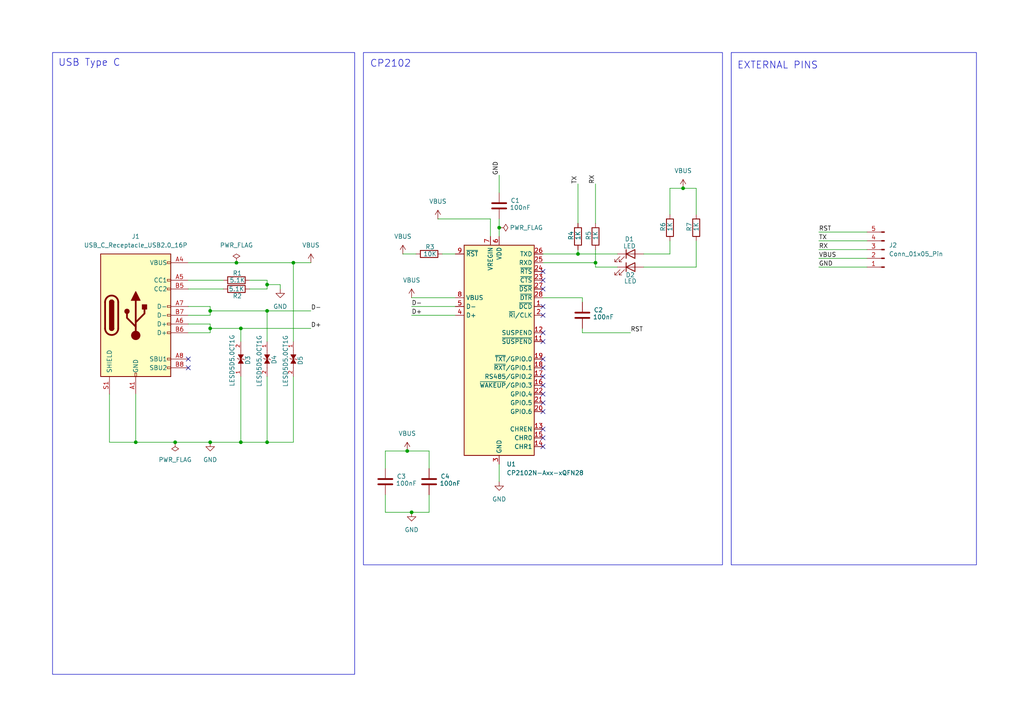
<source format=kicad_sch>
(kicad_sch
	(version 20250114)
	(generator "eeschema")
	(generator_version "9.0")
	(uuid "044cb437-2d12-4de0-ad11-24c1f2f403c0")
	(paper "A4")
	(title_block
		(title "USB_to_UART_Converter")
		(date "2025-11-18")
		(company "Anku1isback")
	)
	(lib_symbols
		(symbol "Connector:Conn_01x05_Pin"
			(pin_names
				(offset 1.016)
				(hide yes)
			)
			(exclude_from_sim no)
			(in_bom yes)
			(on_board yes)
			(property "Reference" "J"
				(at 0 7.62 0)
				(effects
					(font
						(size 1.27 1.27)
					)
				)
			)
			(property "Value" "Conn_01x05_Pin"
				(at 0 -7.62 0)
				(effects
					(font
						(size 1.27 1.27)
					)
				)
			)
			(property "Footprint" ""
				(at 0 0 0)
				(effects
					(font
						(size 1.27 1.27)
					)
					(hide yes)
				)
			)
			(property "Datasheet" "~"
				(at 0 0 0)
				(effects
					(font
						(size 1.27 1.27)
					)
					(hide yes)
				)
			)
			(property "Description" "Generic connector, single row, 01x05, script generated"
				(at 0 0 0)
				(effects
					(font
						(size 1.27 1.27)
					)
					(hide yes)
				)
			)
			(property "ki_locked" ""
				(at 0 0 0)
				(effects
					(font
						(size 1.27 1.27)
					)
				)
			)
			(property "ki_keywords" "connector"
				(at 0 0 0)
				(effects
					(font
						(size 1.27 1.27)
					)
					(hide yes)
				)
			)
			(property "ki_fp_filters" "Connector*:*_1x??_*"
				(at 0 0 0)
				(effects
					(font
						(size 1.27 1.27)
					)
					(hide yes)
				)
			)
			(symbol "Conn_01x05_Pin_1_1"
				(rectangle
					(start 0.8636 5.207)
					(end 0 4.953)
					(stroke
						(width 0.1524)
						(type default)
					)
					(fill
						(type outline)
					)
				)
				(rectangle
					(start 0.8636 2.667)
					(end 0 2.413)
					(stroke
						(width 0.1524)
						(type default)
					)
					(fill
						(type outline)
					)
				)
				(rectangle
					(start 0.8636 0.127)
					(end 0 -0.127)
					(stroke
						(width 0.1524)
						(type default)
					)
					(fill
						(type outline)
					)
				)
				(rectangle
					(start 0.8636 -2.413)
					(end 0 -2.667)
					(stroke
						(width 0.1524)
						(type default)
					)
					(fill
						(type outline)
					)
				)
				(rectangle
					(start 0.8636 -4.953)
					(end 0 -5.207)
					(stroke
						(width 0.1524)
						(type default)
					)
					(fill
						(type outline)
					)
				)
				(polyline
					(pts
						(xy 1.27 5.08) (xy 0.8636 5.08)
					)
					(stroke
						(width 0.1524)
						(type default)
					)
					(fill
						(type none)
					)
				)
				(polyline
					(pts
						(xy 1.27 2.54) (xy 0.8636 2.54)
					)
					(stroke
						(width 0.1524)
						(type default)
					)
					(fill
						(type none)
					)
				)
				(polyline
					(pts
						(xy 1.27 0) (xy 0.8636 0)
					)
					(stroke
						(width 0.1524)
						(type default)
					)
					(fill
						(type none)
					)
				)
				(polyline
					(pts
						(xy 1.27 -2.54) (xy 0.8636 -2.54)
					)
					(stroke
						(width 0.1524)
						(type default)
					)
					(fill
						(type none)
					)
				)
				(polyline
					(pts
						(xy 1.27 -5.08) (xy 0.8636 -5.08)
					)
					(stroke
						(width 0.1524)
						(type default)
					)
					(fill
						(type none)
					)
				)
				(pin passive line
					(at 5.08 5.08 180)
					(length 3.81)
					(name "Pin_1"
						(effects
							(font
								(size 1.27 1.27)
							)
						)
					)
					(number "1"
						(effects
							(font
								(size 1.27 1.27)
							)
						)
					)
				)
				(pin passive line
					(at 5.08 2.54 180)
					(length 3.81)
					(name "Pin_2"
						(effects
							(font
								(size 1.27 1.27)
							)
						)
					)
					(number "2"
						(effects
							(font
								(size 1.27 1.27)
							)
						)
					)
				)
				(pin passive line
					(at 5.08 0 180)
					(length 3.81)
					(name "Pin_3"
						(effects
							(font
								(size 1.27 1.27)
							)
						)
					)
					(number "3"
						(effects
							(font
								(size 1.27 1.27)
							)
						)
					)
				)
				(pin passive line
					(at 5.08 -2.54 180)
					(length 3.81)
					(name "Pin_4"
						(effects
							(font
								(size 1.27 1.27)
							)
						)
					)
					(number "4"
						(effects
							(font
								(size 1.27 1.27)
							)
						)
					)
				)
				(pin passive line
					(at 5.08 -5.08 180)
					(length 3.81)
					(name "Pin_5"
						(effects
							(font
								(size 1.27 1.27)
							)
						)
					)
					(number "5"
						(effects
							(font
								(size 1.27 1.27)
							)
						)
					)
				)
			)
			(embedded_fonts no)
		)
		(symbol "Connector:USB_C_Receptacle_USB2.0_16P"
			(pin_names
				(offset 1.016)
			)
			(exclude_from_sim no)
			(in_bom yes)
			(on_board yes)
			(property "Reference" "J"
				(at 0 22.225 0)
				(effects
					(font
						(size 1.27 1.27)
					)
				)
			)
			(property "Value" "USB_C_Receptacle_USB2.0_16P"
				(at 0 19.685 0)
				(effects
					(font
						(size 1.27 1.27)
					)
				)
			)
			(property "Footprint" ""
				(at 3.81 0 0)
				(effects
					(font
						(size 1.27 1.27)
					)
					(hide yes)
				)
			)
			(property "Datasheet" "https://www.usb.org/sites/default/files/documents/usb_type-c.zip"
				(at 3.81 0 0)
				(effects
					(font
						(size 1.27 1.27)
					)
					(hide yes)
				)
			)
			(property "Description" "USB 2.0-only 16P Type-C Receptacle connector"
				(at 0 0 0)
				(effects
					(font
						(size 1.27 1.27)
					)
					(hide yes)
				)
			)
			(property "ki_keywords" "usb universal serial bus type-C USB2.0"
				(at 0 0 0)
				(effects
					(font
						(size 1.27 1.27)
					)
					(hide yes)
				)
			)
			(property "ki_fp_filters" "USB*C*Receptacle*"
				(at 0 0 0)
				(effects
					(font
						(size 1.27 1.27)
					)
					(hide yes)
				)
			)
			(symbol "USB_C_Receptacle_USB2.0_16P_0_0"
				(rectangle
					(start -0.254 -17.78)
					(end 0.254 -16.764)
					(stroke
						(width 0)
						(type default)
					)
					(fill
						(type none)
					)
				)
				(rectangle
					(start 10.16 15.494)
					(end 9.144 14.986)
					(stroke
						(width 0)
						(type default)
					)
					(fill
						(type none)
					)
				)
				(rectangle
					(start 10.16 10.414)
					(end 9.144 9.906)
					(stroke
						(width 0)
						(type default)
					)
					(fill
						(type none)
					)
				)
				(rectangle
					(start 10.16 7.874)
					(end 9.144 7.366)
					(stroke
						(width 0)
						(type default)
					)
					(fill
						(type none)
					)
				)
				(rectangle
					(start 10.16 2.794)
					(end 9.144 2.286)
					(stroke
						(width 0)
						(type default)
					)
					(fill
						(type none)
					)
				)
				(rectangle
					(start 10.16 0.254)
					(end 9.144 -0.254)
					(stroke
						(width 0)
						(type default)
					)
					(fill
						(type none)
					)
				)
				(rectangle
					(start 10.16 -2.286)
					(end 9.144 -2.794)
					(stroke
						(width 0)
						(type default)
					)
					(fill
						(type none)
					)
				)
				(rectangle
					(start 10.16 -4.826)
					(end 9.144 -5.334)
					(stroke
						(width 0)
						(type default)
					)
					(fill
						(type none)
					)
				)
				(rectangle
					(start 10.16 -12.446)
					(end 9.144 -12.954)
					(stroke
						(width 0)
						(type default)
					)
					(fill
						(type none)
					)
				)
				(rectangle
					(start 10.16 -14.986)
					(end 9.144 -15.494)
					(stroke
						(width 0)
						(type default)
					)
					(fill
						(type none)
					)
				)
			)
			(symbol "USB_C_Receptacle_USB2.0_16P_0_1"
				(rectangle
					(start -10.16 17.78)
					(end 10.16 -17.78)
					(stroke
						(width 0.254)
						(type default)
					)
					(fill
						(type background)
					)
				)
				(polyline
					(pts
						(xy -8.89 -3.81) (xy -8.89 3.81)
					)
					(stroke
						(width 0.508)
						(type default)
					)
					(fill
						(type none)
					)
				)
				(rectangle
					(start -7.62 -3.81)
					(end -6.35 3.81)
					(stroke
						(width 0.254)
						(type default)
					)
					(fill
						(type outline)
					)
				)
				(arc
					(start -7.62 3.81)
					(mid -6.985 4.4423)
					(end -6.35 3.81)
					(stroke
						(width 0.254)
						(type default)
					)
					(fill
						(type none)
					)
				)
				(arc
					(start -7.62 3.81)
					(mid -6.985 4.4423)
					(end -6.35 3.81)
					(stroke
						(width 0.254)
						(type default)
					)
					(fill
						(type outline)
					)
				)
				(arc
					(start -8.89 3.81)
					(mid -6.985 5.7067)
					(end -5.08 3.81)
					(stroke
						(width 0.508)
						(type default)
					)
					(fill
						(type none)
					)
				)
				(arc
					(start -5.08 -3.81)
					(mid -6.985 -5.7067)
					(end -8.89 -3.81)
					(stroke
						(width 0.508)
						(type default)
					)
					(fill
						(type none)
					)
				)
				(arc
					(start -6.35 -3.81)
					(mid -6.985 -4.4423)
					(end -7.62 -3.81)
					(stroke
						(width 0.254)
						(type default)
					)
					(fill
						(type none)
					)
				)
				(arc
					(start -6.35 -3.81)
					(mid -6.985 -4.4423)
					(end -7.62 -3.81)
					(stroke
						(width 0.254)
						(type default)
					)
					(fill
						(type outline)
					)
				)
				(polyline
					(pts
						(xy -5.08 3.81) (xy -5.08 -3.81)
					)
					(stroke
						(width 0.508)
						(type default)
					)
					(fill
						(type none)
					)
				)
				(circle
					(center -2.54 1.143)
					(radius 0.635)
					(stroke
						(width 0.254)
						(type default)
					)
					(fill
						(type outline)
					)
				)
				(polyline
					(pts
						(xy -1.27 4.318) (xy 0 6.858) (xy 1.27 4.318) (xy -1.27 4.318)
					)
					(stroke
						(width 0.254)
						(type default)
					)
					(fill
						(type outline)
					)
				)
				(polyline
					(pts
						(xy 0 -2.032) (xy 2.54 0.508) (xy 2.54 1.778)
					)
					(stroke
						(width 0.508)
						(type default)
					)
					(fill
						(type none)
					)
				)
				(polyline
					(pts
						(xy 0 -3.302) (xy -2.54 -0.762) (xy -2.54 0.508)
					)
					(stroke
						(width 0.508)
						(type default)
					)
					(fill
						(type none)
					)
				)
				(polyline
					(pts
						(xy 0 -5.842) (xy 0 4.318)
					)
					(stroke
						(width 0.508)
						(type default)
					)
					(fill
						(type none)
					)
				)
				(circle
					(center 0 -5.842)
					(radius 1.27)
					(stroke
						(width 0)
						(type default)
					)
					(fill
						(type outline)
					)
				)
				(rectangle
					(start 1.905 1.778)
					(end 3.175 3.048)
					(stroke
						(width 0.254)
						(type default)
					)
					(fill
						(type outline)
					)
				)
			)
			(symbol "USB_C_Receptacle_USB2.0_16P_1_1"
				(pin passive line
					(at -7.62 -22.86 90)
					(length 5.08)
					(name "SHIELD"
						(effects
							(font
								(size 1.27 1.27)
							)
						)
					)
					(number "S1"
						(effects
							(font
								(size 1.27 1.27)
							)
						)
					)
				)
				(pin passive line
					(at 0 -22.86 90)
					(length 5.08)
					(name "GND"
						(effects
							(font
								(size 1.27 1.27)
							)
						)
					)
					(number "A1"
						(effects
							(font
								(size 1.27 1.27)
							)
						)
					)
				)
				(pin passive line
					(at 0 -22.86 90)
					(length 5.08)
					(hide yes)
					(name "GND"
						(effects
							(font
								(size 1.27 1.27)
							)
						)
					)
					(number "A12"
						(effects
							(font
								(size 1.27 1.27)
							)
						)
					)
				)
				(pin passive line
					(at 0 -22.86 90)
					(length 5.08)
					(hide yes)
					(name "GND"
						(effects
							(font
								(size 1.27 1.27)
							)
						)
					)
					(number "B1"
						(effects
							(font
								(size 1.27 1.27)
							)
						)
					)
				)
				(pin passive line
					(at 0 -22.86 90)
					(length 5.08)
					(hide yes)
					(name "GND"
						(effects
							(font
								(size 1.27 1.27)
							)
						)
					)
					(number "B12"
						(effects
							(font
								(size 1.27 1.27)
							)
						)
					)
				)
				(pin passive line
					(at 15.24 15.24 180)
					(length 5.08)
					(name "VBUS"
						(effects
							(font
								(size 1.27 1.27)
							)
						)
					)
					(number "A4"
						(effects
							(font
								(size 1.27 1.27)
							)
						)
					)
				)
				(pin passive line
					(at 15.24 15.24 180)
					(length 5.08)
					(hide yes)
					(name "VBUS"
						(effects
							(font
								(size 1.27 1.27)
							)
						)
					)
					(number "A9"
						(effects
							(font
								(size 1.27 1.27)
							)
						)
					)
				)
				(pin passive line
					(at 15.24 15.24 180)
					(length 5.08)
					(hide yes)
					(name "VBUS"
						(effects
							(font
								(size 1.27 1.27)
							)
						)
					)
					(number "B4"
						(effects
							(font
								(size 1.27 1.27)
							)
						)
					)
				)
				(pin passive line
					(at 15.24 15.24 180)
					(length 5.08)
					(hide yes)
					(name "VBUS"
						(effects
							(font
								(size 1.27 1.27)
							)
						)
					)
					(number "B9"
						(effects
							(font
								(size 1.27 1.27)
							)
						)
					)
				)
				(pin bidirectional line
					(at 15.24 10.16 180)
					(length 5.08)
					(name "CC1"
						(effects
							(font
								(size 1.27 1.27)
							)
						)
					)
					(number "A5"
						(effects
							(font
								(size 1.27 1.27)
							)
						)
					)
				)
				(pin bidirectional line
					(at 15.24 7.62 180)
					(length 5.08)
					(name "CC2"
						(effects
							(font
								(size 1.27 1.27)
							)
						)
					)
					(number "B5"
						(effects
							(font
								(size 1.27 1.27)
							)
						)
					)
				)
				(pin bidirectional line
					(at 15.24 2.54 180)
					(length 5.08)
					(name "D-"
						(effects
							(font
								(size 1.27 1.27)
							)
						)
					)
					(number "A7"
						(effects
							(font
								(size 1.27 1.27)
							)
						)
					)
				)
				(pin bidirectional line
					(at 15.24 0 180)
					(length 5.08)
					(name "D-"
						(effects
							(font
								(size 1.27 1.27)
							)
						)
					)
					(number "B7"
						(effects
							(font
								(size 1.27 1.27)
							)
						)
					)
				)
				(pin bidirectional line
					(at 15.24 -2.54 180)
					(length 5.08)
					(name "D+"
						(effects
							(font
								(size 1.27 1.27)
							)
						)
					)
					(number "A6"
						(effects
							(font
								(size 1.27 1.27)
							)
						)
					)
				)
				(pin bidirectional line
					(at 15.24 -5.08 180)
					(length 5.08)
					(name "D+"
						(effects
							(font
								(size 1.27 1.27)
							)
						)
					)
					(number "B6"
						(effects
							(font
								(size 1.27 1.27)
							)
						)
					)
				)
				(pin bidirectional line
					(at 15.24 -12.7 180)
					(length 5.08)
					(name "SBU1"
						(effects
							(font
								(size 1.27 1.27)
							)
						)
					)
					(number "A8"
						(effects
							(font
								(size 1.27 1.27)
							)
						)
					)
				)
				(pin bidirectional line
					(at 15.24 -15.24 180)
					(length 5.08)
					(name "SBU2"
						(effects
							(font
								(size 1.27 1.27)
							)
						)
					)
					(number "B8"
						(effects
							(font
								(size 1.27 1.27)
							)
						)
					)
				)
			)
			(embedded_fonts no)
		)
		(symbol "Device:C"
			(pin_numbers
				(hide yes)
			)
			(pin_names
				(offset 0.254)
			)
			(exclude_from_sim no)
			(in_bom yes)
			(on_board yes)
			(property "Reference" "C"
				(at 0.635 2.54 0)
				(effects
					(font
						(size 1.27 1.27)
					)
					(justify left)
				)
			)
			(property "Value" "C"
				(at 0.635 -2.54 0)
				(effects
					(font
						(size 1.27 1.27)
					)
					(justify left)
				)
			)
			(property "Footprint" ""
				(at 0.9652 -3.81 0)
				(effects
					(font
						(size 1.27 1.27)
					)
					(hide yes)
				)
			)
			(property "Datasheet" "~"
				(at 0 0 0)
				(effects
					(font
						(size 1.27 1.27)
					)
					(hide yes)
				)
			)
			(property "Description" "Unpolarized capacitor"
				(at 0 0 0)
				(effects
					(font
						(size 1.27 1.27)
					)
					(hide yes)
				)
			)
			(property "ki_keywords" "cap capacitor"
				(at 0 0 0)
				(effects
					(font
						(size 1.27 1.27)
					)
					(hide yes)
				)
			)
			(property "ki_fp_filters" "C_*"
				(at 0 0 0)
				(effects
					(font
						(size 1.27 1.27)
					)
					(hide yes)
				)
			)
			(symbol "C_0_1"
				(polyline
					(pts
						(xy -2.032 0.762) (xy 2.032 0.762)
					)
					(stroke
						(width 0.508)
						(type default)
					)
					(fill
						(type none)
					)
				)
				(polyline
					(pts
						(xy -2.032 -0.762) (xy 2.032 -0.762)
					)
					(stroke
						(width 0.508)
						(type default)
					)
					(fill
						(type none)
					)
				)
			)
			(symbol "C_1_1"
				(pin passive line
					(at 0 3.81 270)
					(length 2.794)
					(name "~"
						(effects
							(font
								(size 1.27 1.27)
							)
						)
					)
					(number "1"
						(effects
							(font
								(size 1.27 1.27)
							)
						)
					)
				)
				(pin passive line
					(at 0 -3.81 90)
					(length 2.794)
					(name "~"
						(effects
							(font
								(size 1.27 1.27)
							)
						)
					)
					(number "2"
						(effects
							(font
								(size 1.27 1.27)
							)
						)
					)
				)
			)
			(embedded_fonts no)
		)
		(symbol "Device:LED"
			(pin_numbers
				(hide yes)
			)
			(pin_names
				(offset 1.016)
				(hide yes)
			)
			(exclude_from_sim no)
			(in_bom yes)
			(on_board yes)
			(property "Reference" "D"
				(at 0 2.54 0)
				(effects
					(font
						(size 1.27 1.27)
					)
				)
			)
			(property "Value" "LED"
				(at 0 -2.54 0)
				(effects
					(font
						(size 1.27 1.27)
					)
				)
			)
			(property "Footprint" ""
				(at 0 0 0)
				(effects
					(font
						(size 1.27 1.27)
					)
					(hide yes)
				)
			)
			(property "Datasheet" "~"
				(at 0 0 0)
				(effects
					(font
						(size 1.27 1.27)
					)
					(hide yes)
				)
			)
			(property "Description" "Light emitting diode"
				(at 0 0 0)
				(effects
					(font
						(size 1.27 1.27)
					)
					(hide yes)
				)
			)
			(property "Sim.Pins" "1=K 2=A"
				(at 0 0 0)
				(effects
					(font
						(size 1.27 1.27)
					)
					(hide yes)
				)
			)
			(property "ki_keywords" "LED diode"
				(at 0 0 0)
				(effects
					(font
						(size 1.27 1.27)
					)
					(hide yes)
				)
			)
			(property "ki_fp_filters" "LED* LED_SMD:* LED_THT:*"
				(at 0 0 0)
				(effects
					(font
						(size 1.27 1.27)
					)
					(hide yes)
				)
			)
			(symbol "LED_0_1"
				(polyline
					(pts
						(xy -3.048 -0.762) (xy -4.572 -2.286) (xy -3.81 -2.286) (xy -4.572 -2.286) (xy -4.572 -1.524)
					)
					(stroke
						(width 0)
						(type default)
					)
					(fill
						(type none)
					)
				)
				(polyline
					(pts
						(xy -1.778 -0.762) (xy -3.302 -2.286) (xy -2.54 -2.286) (xy -3.302 -2.286) (xy -3.302 -1.524)
					)
					(stroke
						(width 0)
						(type default)
					)
					(fill
						(type none)
					)
				)
				(polyline
					(pts
						(xy -1.27 0) (xy 1.27 0)
					)
					(stroke
						(width 0)
						(type default)
					)
					(fill
						(type none)
					)
				)
				(polyline
					(pts
						(xy -1.27 -1.27) (xy -1.27 1.27)
					)
					(stroke
						(width 0.254)
						(type default)
					)
					(fill
						(type none)
					)
				)
				(polyline
					(pts
						(xy 1.27 -1.27) (xy 1.27 1.27) (xy -1.27 0) (xy 1.27 -1.27)
					)
					(stroke
						(width 0.254)
						(type default)
					)
					(fill
						(type none)
					)
				)
			)
			(symbol "LED_1_1"
				(pin passive line
					(at -3.81 0 0)
					(length 2.54)
					(name "K"
						(effects
							(font
								(size 1.27 1.27)
							)
						)
					)
					(number "1"
						(effects
							(font
								(size 1.27 1.27)
							)
						)
					)
				)
				(pin passive line
					(at 3.81 0 180)
					(length 2.54)
					(name "A"
						(effects
							(font
								(size 1.27 1.27)
							)
						)
					)
					(number "2"
						(effects
							(font
								(size 1.27 1.27)
							)
						)
					)
				)
			)
			(embedded_fonts no)
		)
		(symbol "Device:R"
			(pin_numbers
				(hide yes)
			)
			(pin_names
				(offset 0)
			)
			(exclude_from_sim no)
			(in_bom yes)
			(on_board yes)
			(property "Reference" "R"
				(at 2.032 0 90)
				(effects
					(font
						(size 1.27 1.27)
					)
				)
			)
			(property "Value" "R"
				(at 0 0 90)
				(effects
					(font
						(size 1.27 1.27)
					)
				)
			)
			(property "Footprint" ""
				(at -1.778 0 90)
				(effects
					(font
						(size 1.27 1.27)
					)
					(hide yes)
				)
			)
			(property "Datasheet" "~"
				(at 0 0 0)
				(effects
					(font
						(size 1.27 1.27)
					)
					(hide yes)
				)
			)
			(property "Description" "Resistor"
				(at 0 0 0)
				(effects
					(font
						(size 1.27 1.27)
					)
					(hide yes)
				)
			)
			(property "ki_keywords" "R res resistor"
				(at 0 0 0)
				(effects
					(font
						(size 1.27 1.27)
					)
					(hide yes)
				)
			)
			(property "ki_fp_filters" "R_*"
				(at 0 0 0)
				(effects
					(font
						(size 1.27 1.27)
					)
					(hide yes)
				)
			)
			(symbol "R_0_1"
				(rectangle
					(start -1.016 -2.54)
					(end 1.016 2.54)
					(stroke
						(width 0.254)
						(type default)
					)
					(fill
						(type none)
					)
				)
			)
			(symbol "R_1_1"
				(pin passive line
					(at 0 3.81 270)
					(length 1.27)
					(name "~"
						(effects
							(font
								(size 1.27 1.27)
							)
						)
					)
					(number "1"
						(effects
							(font
								(size 1.27 1.27)
							)
						)
					)
				)
				(pin passive line
					(at 0 -3.81 90)
					(length 1.27)
					(name "~"
						(effects
							(font
								(size 1.27 1.27)
							)
						)
					)
					(number "2"
						(effects
							(font
								(size 1.27 1.27)
							)
						)
					)
				)
			)
			(embedded_fonts no)
		)
		(symbol "Interface_USB:CP2102N-Axx-xQFN28"
			(exclude_from_sim no)
			(in_bom yes)
			(on_board yes)
			(property "Reference" "U"
				(at -8.89 31.75 0)
				(effects
					(font
						(size 1.27 1.27)
					)
				)
			)
			(property "Value" "CP2102N-Axx-xQFN28"
				(at 12.7 31.75 0)
				(effects
					(font
						(size 1.27 1.27)
					)
				)
			)
			(property "Footprint" "Package_DFN_QFN:QFN-28-1EP_5x5mm_P0.5mm_EP3.35x3.35mm"
				(at 33.02 -31.75 0)
				(effects
					(font
						(size 1.27 1.27)
					)
					(hide yes)
				)
			)
			(property "Datasheet" "https://www.silabs.com/documents/public/data-sheets/cp2102n-datasheet.pdf"
				(at 1.27 -19.05 0)
				(effects
					(font
						(size 1.27 1.27)
					)
					(hide yes)
				)
			)
			(property "Description" "USB to UART master bridge, QFN-28"
				(at 0 0 0)
				(effects
					(font
						(size 1.27 1.27)
					)
					(hide yes)
				)
			)
			(property "ki_keywords" "USB UART bridge"
				(at 0 0 0)
				(effects
					(font
						(size 1.27 1.27)
					)
					(hide yes)
				)
			)
			(property "ki_fp_filters" "QFN*1EP*5x5mm*P0.5mm*"
				(at 0 0 0)
				(effects
					(font
						(size 1.27 1.27)
					)
					(hide yes)
				)
			)
			(symbol "CP2102N-Axx-xQFN28_0_1"
				(rectangle
					(start -10.16 30.48)
					(end 10.16 -30.48)
					(stroke
						(width 0.254)
						(type default)
					)
					(fill
						(type background)
					)
				)
			)
			(symbol "CP2102N-Axx-xQFN28_1_1"
				(pin input line
					(at -12.7 27.94 0)
					(length 2.54)
					(name "~{RST}"
						(effects
							(font
								(size 1.27 1.27)
							)
						)
					)
					(number "9"
						(effects
							(font
								(size 1.27 1.27)
							)
						)
					)
				)
				(pin input line
					(at -12.7 15.24 0)
					(length 2.54)
					(name "VBUS"
						(effects
							(font
								(size 1.27 1.27)
							)
						)
					)
					(number "8"
						(effects
							(font
								(size 1.27 1.27)
							)
						)
					)
				)
				(pin bidirectional line
					(at -12.7 12.7 0)
					(length 2.54)
					(name "D-"
						(effects
							(font
								(size 1.27 1.27)
							)
						)
					)
					(number "5"
						(effects
							(font
								(size 1.27 1.27)
							)
						)
					)
				)
				(pin bidirectional line
					(at -12.7 10.16 0)
					(length 2.54)
					(name "D+"
						(effects
							(font
								(size 1.27 1.27)
							)
						)
					)
					(number "4"
						(effects
							(font
								(size 1.27 1.27)
							)
						)
					)
				)
				(pin no_connect line
					(at -10.16 -27.94 0)
					(length 2.54)
					(hide yes)
					(name "NC"
						(effects
							(font
								(size 1.27 1.27)
							)
						)
					)
					(number "10"
						(effects
							(font
								(size 1.27 1.27)
							)
						)
					)
				)
				(pin power_in line
					(at -2.54 33.02 270)
					(length 2.54)
					(name "VREGIN"
						(effects
							(font
								(size 1.27 1.27)
							)
						)
					)
					(number "7"
						(effects
							(font
								(size 1.27 1.27)
							)
						)
					)
				)
				(pin power_in line
					(at 0 33.02 270)
					(length 2.54)
					(name "VDD"
						(effects
							(font
								(size 1.27 1.27)
							)
						)
					)
					(number "6"
						(effects
							(font
								(size 1.27 1.27)
							)
						)
					)
				)
				(pin passive line
					(at 0 -33.02 90)
					(length 2.54)
					(hide yes)
					(name "GND"
						(effects
							(font
								(size 1.27 1.27)
							)
						)
					)
					(number "29"
						(effects
							(font
								(size 1.27 1.27)
							)
						)
					)
				)
				(pin power_in line
					(at 0 -33.02 90)
					(length 2.54)
					(name "GND"
						(effects
							(font
								(size 1.27 1.27)
							)
						)
					)
					(number "3"
						(effects
							(font
								(size 1.27 1.27)
							)
						)
					)
				)
				(pin output line
					(at 12.7 27.94 180)
					(length 2.54)
					(name "TXD"
						(effects
							(font
								(size 1.27 1.27)
							)
						)
					)
					(number "26"
						(effects
							(font
								(size 1.27 1.27)
							)
						)
					)
				)
				(pin input line
					(at 12.7 25.4 180)
					(length 2.54)
					(name "RXD"
						(effects
							(font
								(size 1.27 1.27)
							)
						)
					)
					(number "25"
						(effects
							(font
								(size 1.27 1.27)
							)
						)
					)
				)
				(pin output line
					(at 12.7 22.86 180)
					(length 2.54)
					(name "~{RTS}"
						(effects
							(font
								(size 1.27 1.27)
							)
						)
					)
					(number "24"
						(effects
							(font
								(size 1.27 1.27)
							)
						)
					)
				)
				(pin input line
					(at 12.7 20.32 180)
					(length 2.54)
					(name "~{CTS}"
						(effects
							(font
								(size 1.27 1.27)
							)
						)
					)
					(number "23"
						(effects
							(font
								(size 1.27 1.27)
							)
						)
					)
				)
				(pin input line
					(at 12.7 17.78 180)
					(length 2.54)
					(name "~{DSR}"
						(effects
							(font
								(size 1.27 1.27)
							)
						)
					)
					(number "27"
						(effects
							(font
								(size 1.27 1.27)
							)
						)
					)
				)
				(pin output line
					(at 12.7 15.24 180)
					(length 2.54)
					(name "~{DTR}"
						(effects
							(font
								(size 1.27 1.27)
							)
						)
					)
					(number "28"
						(effects
							(font
								(size 1.27 1.27)
							)
						)
					)
				)
				(pin input line
					(at 12.7 12.7 180)
					(length 2.54)
					(name "~{DCD}"
						(effects
							(font
								(size 1.27 1.27)
							)
						)
					)
					(number "1"
						(effects
							(font
								(size 1.27 1.27)
							)
						)
					)
				)
				(pin bidirectional line
					(at 12.7 10.16 180)
					(length 2.54)
					(name "~{RI}/CLK"
						(effects
							(font
								(size 1.27 1.27)
							)
						)
					)
					(number "2"
						(effects
							(font
								(size 1.27 1.27)
							)
						)
					)
				)
				(pin output line
					(at 12.7 5.08 180)
					(length 2.54)
					(name "SUSPEND"
						(effects
							(font
								(size 1.27 1.27)
							)
						)
					)
					(number "12"
						(effects
							(font
								(size 1.27 1.27)
							)
						)
					)
				)
				(pin output line
					(at 12.7 2.54 180)
					(length 2.54)
					(name "~{SUSPEND}"
						(effects
							(font
								(size 1.27 1.27)
							)
						)
					)
					(number "11"
						(effects
							(font
								(size 1.27 1.27)
							)
						)
					)
				)
				(pin bidirectional line
					(at 12.7 -2.54 180)
					(length 2.54)
					(name "~{TXT}/GPIO.0"
						(effects
							(font
								(size 1.27 1.27)
							)
						)
					)
					(number "19"
						(effects
							(font
								(size 1.27 1.27)
							)
						)
					)
				)
				(pin bidirectional line
					(at 12.7 -5.08 180)
					(length 2.54)
					(name "~{RXT}/GPIO.1"
						(effects
							(font
								(size 1.27 1.27)
							)
						)
					)
					(number "18"
						(effects
							(font
								(size 1.27 1.27)
							)
						)
					)
				)
				(pin bidirectional line
					(at 12.7 -7.62 180)
					(length 2.54)
					(name "RS485/GPIO.2"
						(effects
							(font
								(size 1.27 1.27)
							)
						)
					)
					(number "17"
						(effects
							(font
								(size 1.27 1.27)
							)
						)
					)
				)
				(pin bidirectional line
					(at 12.7 -10.16 180)
					(length 2.54)
					(name "~{WAKEUP}/GPIO.3"
						(effects
							(font
								(size 1.27 1.27)
							)
						)
					)
					(number "16"
						(effects
							(font
								(size 1.27 1.27)
							)
						)
					)
				)
				(pin bidirectional line
					(at 12.7 -12.7 180)
					(length 2.54)
					(name "GPIO.4"
						(effects
							(font
								(size 1.27 1.27)
							)
						)
					)
					(number "22"
						(effects
							(font
								(size 1.27 1.27)
							)
						)
					)
				)
				(pin bidirectional line
					(at 12.7 -15.24 180)
					(length 2.54)
					(name "GPIO.5"
						(effects
							(font
								(size 1.27 1.27)
							)
						)
					)
					(number "21"
						(effects
							(font
								(size 1.27 1.27)
							)
						)
					)
				)
				(pin bidirectional line
					(at 12.7 -17.78 180)
					(length 2.54)
					(name "GPIO.6"
						(effects
							(font
								(size 1.27 1.27)
							)
						)
					)
					(number "20"
						(effects
							(font
								(size 1.27 1.27)
							)
						)
					)
				)
				(pin output line
					(at 12.7 -22.86 180)
					(length 2.54)
					(name "CHREN"
						(effects
							(font
								(size 1.27 1.27)
							)
						)
					)
					(number "13"
						(effects
							(font
								(size 1.27 1.27)
							)
						)
					)
				)
				(pin output line
					(at 12.7 -25.4 180)
					(length 2.54)
					(name "CHR0"
						(effects
							(font
								(size 1.27 1.27)
							)
						)
					)
					(number "15"
						(effects
							(font
								(size 1.27 1.27)
							)
						)
					)
				)
				(pin output line
					(at 12.7 -27.94 180)
					(length 2.54)
					(name "CHR1"
						(effects
							(font
								(size 1.27 1.27)
							)
						)
					)
					(number "14"
						(effects
							(font
								(size 1.27 1.27)
							)
						)
					)
				)
			)
			(embedded_fonts no)
		)
		(symbol "LESD5D5.0CT1G:LESD5D5.0CT1G"
			(pin_names
				(offset 1.016)
			)
			(exclude_from_sim no)
			(in_bom yes)
			(on_board yes)
			(property "Reference" "D"
				(at -5.08 2.54 0)
				(effects
					(font
						(size 1.27 1.27)
					)
					(justify left bottom)
				)
			)
			(property "Value" "LESD5D5.0CT1G"
				(at -5.08 -5.08 0)
				(effects
					(font
						(size 1.27 1.27)
					)
					(justify left bottom)
				)
			)
			(property "Footprint" "LESD5D5.0CT1G:TVS_LESD5D5.0CT1G"
				(at 0 0 0)
				(effects
					(font
						(size 1.27 1.27)
					)
					(justify bottom)
					(hide yes)
				)
			)
			(property "Datasheet" ""
				(at 0 0 0)
				(effects
					(font
						(size 1.27 1.27)
					)
					(hide yes)
				)
			)
			(property "Description" ""
				(at 0 0 0)
				(effects
					(font
						(size 1.27 1.27)
					)
					(hide yes)
				)
			)
			(property "MF" "Leshan Radio Co."
				(at 0 0 0)
				(effects
					(font
						(size 1.27 1.27)
					)
					(justify bottom)
					(hide yes)
				)
			)
			(property "MAXIMUM_PACKAGE_HEIGHT" "0.7 mm"
				(at 0 0 0)
				(effects
					(font
						(size 1.27 1.27)
					)
					(justify bottom)
					(hide yes)
				)
			)
			(property "Package" "None"
				(at 0 0 0)
				(effects
					(font
						(size 1.27 1.27)
					)
					(justify bottom)
					(hide yes)
				)
			)
			(property "Price" "None"
				(at 0 0 0)
				(effects
					(font
						(size 1.27 1.27)
					)
					(justify bottom)
					(hide yes)
				)
			)
			(property "Check_prices" "https://www.snapeda.com/parts/LESD5D5.0CT1G/Leshan+Radio/view-part/?ref=eda"
				(at 0 0 0)
				(effects
					(font
						(size 1.27 1.27)
					)
					(justify bottom)
					(hide yes)
				)
			)
			(property "STANDARD" "Manufacturer Recommendations"
				(at 0 0 0)
				(effects
					(font
						(size 1.27 1.27)
					)
					(justify bottom)
					(hide yes)
				)
			)
			(property "PARTREV" "O"
				(at 0 0 0)
				(effects
					(font
						(size 1.27 1.27)
					)
					(justify bottom)
					(hide yes)
				)
			)
			(property "SnapEDA_Link" "https://www.snapeda.com/parts/LESD5D5.0CT1G/Leshan+Radio/view-part/?ref=snap"
				(at 0 0 0)
				(effects
					(font
						(size 1.27 1.27)
					)
					(justify bottom)
					(hide yes)
				)
			)
			(property "MP" "LESD5D5.0CT1G"
				(at 0 0 0)
				(effects
					(font
						(size 1.27 1.27)
					)
					(justify bottom)
					(hide yes)
				)
			)
			(property "Description_1" "Transient Voltage Suppressors for ESD Protection"
				(at 0 0 0)
				(effects
					(font
						(size 1.27 1.27)
					)
					(justify bottom)
					(hide yes)
				)
			)
			(property "Availability" "In Stock"
				(at 0 0 0)
				(effects
					(font
						(size 1.27 1.27)
					)
					(justify bottom)
					(hide yes)
				)
			)
			(property "MANUFACTURER" "LRC"
				(at 0 0 0)
				(effects
					(font
						(size 1.27 1.27)
					)
					(justify bottom)
					(hide yes)
				)
			)
			(symbol "LESD5D5.0CT1G_0_0"
				(polyline
					(pts
						(xy -1.27 0) (xy -2.54 0)
					)
					(stroke
						(width 0.1524)
						(type default)
					)
					(fill
						(type none)
					)
				)
				(polyline
					(pts
						(xy 0 0.762) (xy 0.254 1.016)
					)
					(stroke
						(width 0.1524)
						(type default)
					)
					(fill
						(type none)
					)
				)
				(polyline
					(pts
						(xy 0 0) (xy -1.27 -0.762) (xy -1.27 0.762) (xy 0 0)
					)
					(stroke
						(width 0.1524)
						(type default)
					)
					(fill
						(type outline)
					)
				)
				(polyline
					(pts
						(xy 0 0) (xy 1.27 0.762) (xy 1.27 -0.762) (xy 0 0)
					)
					(stroke
						(width 0.1524)
						(type default)
					)
					(fill
						(type outline)
					)
				)
				(polyline
					(pts
						(xy 0 -0.762) (xy -0.254 -1.016)
					)
					(stroke
						(width 0.1524)
						(type default)
					)
					(fill
						(type none)
					)
				)
				(polyline
					(pts
						(xy 0 -0.762) (xy 0 0.762)
					)
					(stroke
						(width 0.1524)
						(type default)
					)
					(fill
						(type none)
					)
				)
				(polyline
					(pts
						(xy 1.27 0) (xy 2.54 0)
					)
					(stroke
						(width 0.1524)
						(type default)
					)
					(fill
						(type none)
					)
				)
				(pin passive line
					(at -5.08 0 0)
					(length 2.54)
					(name "~"
						(effects
							(font
								(size 1.016 1.016)
							)
						)
					)
					(number "1"
						(effects
							(font
								(size 1.016 1.016)
							)
						)
					)
				)
				(pin passive line
					(at 5.08 0 180)
					(length 2.54)
					(name "~"
						(effects
							(font
								(size 1.016 1.016)
							)
						)
					)
					(number "2"
						(effects
							(font
								(size 1.016 1.016)
							)
						)
					)
				)
			)
			(embedded_fonts no)
		)
		(symbol "power:GND"
			(power)
			(pin_numbers
				(hide yes)
			)
			(pin_names
				(offset 0)
				(hide yes)
			)
			(exclude_from_sim no)
			(in_bom yes)
			(on_board yes)
			(property "Reference" "#PWR"
				(at 0 -6.35 0)
				(effects
					(font
						(size 1.27 1.27)
					)
					(hide yes)
				)
			)
			(property "Value" "GND"
				(at 0 -3.81 0)
				(effects
					(font
						(size 1.27 1.27)
					)
				)
			)
			(property "Footprint" ""
				(at 0 0 0)
				(effects
					(font
						(size 1.27 1.27)
					)
					(hide yes)
				)
			)
			(property "Datasheet" ""
				(at 0 0 0)
				(effects
					(font
						(size 1.27 1.27)
					)
					(hide yes)
				)
			)
			(property "Description" "Power symbol creates a global label with name \"GND\" , ground"
				(at 0 0 0)
				(effects
					(font
						(size 1.27 1.27)
					)
					(hide yes)
				)
			)
			(property "ki_keywords" "global power"
				(at 0 0 0)
				(effects
					(font
						(size 1.27 1.27)
					)
					(hide yes)
				)
			)
			(symbol "GND_0_1"
				(polyline
					(pts
						(xy 0 0) (xy 0 -1.27) (xy 1.27 -1.27) (xy 0 -2.54) (xy -1.27 -1.27) (xy 0 -1.27)
					)
					(stroke
						(width 0)
						(type default)
					)
					(fill
						(type none)
					)
				)
			)
			(symbol "GND_1_1"
				(pin power_in line
					(at 0 0 270)
					(length 0)
					(name "~"
						(effects
							(font
								(size 1.27 1.27)
							)
						)
					)
					(number "1"
						(effects
							(font
								(size 1.27 1.27)
							)
						)
					)
				)
			)
			(embedded_fonts no)
		)
		(symbol "power:PWR_FLAG"
			(power)
			(pin_numbers
				(hide yes)
			)
			(pin_names
				(offset 0)
				(hide yes)
			)
			(exclude_from_sim no)
			(in_bom yes)
			(on_board yes)
			(property "Reference" "#FLG"
				(at 0 1.905 0)
				(effects
					(font
						(size 1.27 1.27)
					)
					(hide yes)
				)
			)
			(property "Value" "PWR_FLAG"
				(at 0 3.81 0)
				(effects
					(font
						(size 1.27 1.27)
					)
				)
			)
			(property "Footprint" ""
				(at 0 0 0)
				(effects
					(font
						(size 1.27 1.27)
					)
					(hide yes)
				)
			)
			(property "Datasheet" "~"
				(at 0 0 0)
				(effects
					(font
						(size 1.27 1.27)
					)
					(hide yes)
				)
			)
			(property "Description" "Special symbol for telling ERC where power comes from"
				(at 0 0 0)
				(effects
					(font
						(size 1.27 1.27)
					)
					(hide yes)
				)
			)
			(property "ki_keywords" "flag power"
				(at 0 0 0)
				(effects
					(font
						(size 1.27 1.27)
					)
					(hide yes)
				)
			)
			(symbol "PWR_FLAG_0_0"
				(pin power_out line
					(at 0 0 90)
					(length 0)
					(name "~"
						(effects
							(font
								(size 1.27 1.27)
							)
						)
					)
					(number "1"
						(effects
							(font
								(size 1.27 1.27)
							)
						)
					)
				)
			)
			(symbol "PWR_FLAG_0_1"
				(polyline
					(pts
						(xy 0 0) (xy 0 1.27) (xy -1.016 1.905) (xy 0 2.54) (xy 1.016 1.905) (xy 0 1.27)
					)
					(stroke
						(width 0)
						(type default)
					)
					(fill
						(type none)
					)
				)
			)
			(embedded_fonts no)
		)
		(symbol "power:VBUS"
			(power)
			(pin_numbers
				(hide yes)
			)
			(pin_names
				(offset 0)
				(hide yes)
			)
			(exclude_from_sim no)
			(in_bom yes)
			(on_board yes)
			(property "Reference" "#PWR"
				(at 0 -3.81 0)
				(effects
					(font
						(size 1.27 1.27)
					)
					(hide yes)
				)
			)
			(property "Value" "VBUS"
				(at 0 3.556 0)
				(effects
					(font
						(size 1.27 1.27)
					)
				)
			)
			(property "Footprint" ""
				(at 0 0 0)
				(effects
					(font
						(size 1.27 1.27)
					)
					(hide yes)
				)
			)
			(property "Datasheet" ""
				(at 0 0 0)
				(effects
					(font
						(size 1.27 1.27)
					)
					(hide yes)
				)
			)
			(property "Description" "Power symbol creates a global label with name \"VBUS\""
				(at 0 0 0)
				(effects
					(font
						(size 1.27 1.27)
					)
					(hide yes)
				)
			)
			(property "ki_keywords" "global power"
				(at 0 0 0)
				(effects
					(font
						(size 1.27 1.27)
					)
					(hide yes)
				)
			)
			(symbol "VBUS_0_1"
				(polyline
					(pts
						(xy -0.762 1.27) (xy 0 2.54)
					)
					(stroke
						(width 0)
						(type default)
					)
					(fill
						(type none)
					)
				)
				(polyline
					(pts
						(xy 0 2.54) (xy 0.762 1.27)
					)
					(stroke
						(width 0)
						(type default)
					)
					(fill
						(type none)
					)
				)
				(polyline
					(pts
						(xy 0 0) (xy 0 2.54)
					)
					(stroke
						(width 0)
						(type default)
					)
					(fill
						(type none)
					)
				)
			)
			(symbol "VBUS_1_1"
				(pin power_in line
					(at 0 0 90)
					(length 0)
					(name "~"
						(effects
							(font
								(size 1.27 1.27)
							)
						)
					)
					(number "1"
						(effects
							(font
								(size 1.27 1.27)
							)
						)
					)
				)
			)
			(embedded_fonts no)
		)
	)
	(rectangle
		(start 212.09 15.24)
		(end 283.21 163.83)
		(stroke
			(width 0)
			(type default)
		)
		(fill
			(type none)
		)
		(uuid 42d5ae6d-024f-4e58-b3b9-50c5950a15a4)
	)
	(rectangle
		(start 15.24 15.24)
		(end 102.87 195.58)
		(stroke
			(width 0)
			(type default)
		)
		(fill
			(type none)
		)
		(uuid 59e77c2e-8625-415a-806a-3e671e5da8f9)
	)
	(rectangle
		(start 105.41 15.24)
		(end 209.55 163.83)
		(stroke
			(width 0)
			(type default)
		)
		(fill
			(type none)
		)
		(uuid 94147949-aca0-40f8-bc04-5c118b9b4be5)
	)
	(text "CP2102"
		(exclude_from_sim no)
		(at 113.284 18.542 0)
		(effects
			(font
				(size 2.032 2.032)
			)
		)
		(uuid "15a38164-5144-4d48-bf83-0907e98d9b23")
	)
	(text "USB Type C"
		(exclude_from_sim no)
		(at 25.908 18.288 0)
		(effects
			(font
				(size 2.032 2.032)
			)
		)
		(uuid "4cb6aeba-f41d-4419-9dc0-8a2f51525581")
	)
	(text "EXTERNAL PINS"
		(exclude_from_sim no)
		(at 225.552 19.05 0)
		(effects
			(font
				(size 2.032 2.032)
			)
		)
		(uuid "e30163b8-5fc2-42b5-ac5f-1adf90030709")
	)
	(junction
		(at 118.11 130.81)
		(diameter 0)
		(color 0 0 0 0)
		(uuid "0a6acc26-bb1e-47d9-9c9f-c5e8def0a463")
	)
	(junction
		(at 60.96 128.27)
		(diameter 0)
		(color 0 0 0 0)
		(uuid "18939d1a-be77-4c5c-833d-379fc7b087ff")
	)
	(junction
		(at 144.78 66.04)
		(diameter 0)
		(color 0 0 0 0)
		(uuid "304c3bd1-c313-4ff1-b926-f5dba3e6af03")
	)
	(junction
		(at 77.47 82.55)
		(diameter 0)
		(color 0 0 0 0)
		(uuid "388f3d09-a491-4a74-a731-2f6d5c0fd1df")
	)
	(junction
		(at 77.47 128.27)
		(diameter 0)
		(color 0 0 0 0)
		(uuid "47f8f13c-7ac5-41a4-841d-6a34d02c1864")
	)
	(junction
		(at 85.09 76.2)
		(diameter 0)
		(color 0 0 0 0)
		(uuid "4fbaab04-30aa-4fba-ba1e-082b7c87bf88")
	)
	(junction
		(at 119.38 148.59)
		(diameter 0)
		(color 0 0 0 0)
		(uuid "521315d9-dd1a-452a-85e0-0c2f213d12f1")
	)
	(junction
		(at 167.64 73.66)
		(diameter 0)
		(color 0 0 0 0)
		(uuid "6c9d74ae-9a4d-43ff-98d5-73bc4d92045b")
	)
	(junction
		(at 50.8 128.27)
		(diameter 0)
		(color 0 0 0 0)
		(uuid "6cc3f1b9-cc9b-42e2-a420-989de1b21770")
	)
	(junction
		(at 60.96 90.17)
		(diameter 0)
		(color 0 0 0 0)
		(uuid "712a5187-a562-4d49-9fb7-b66f2fdac0fc")
	)
	(junction
		(at 198.12 54.61)
		(diameter 0)
		(color 0 0 0 0)
		(uuid "72c06e30-7198-49d3-b0ff-85762563e5ca")
	)
	(junction
		(at 39.37 128.27)
		(diameter 0)
		(color 0 0 0 0)
		(uuid "9d055940-cb0d-403e-abd8-30e67b8bd861")
	)
	(junction
		(at 60.96 95.25)
		(diameter 0)
		(color 0 0 0 0)
		(uuid "c4401c73-d82d-45e6-8d3d-7ccb7840cd0d")
	)
	(junction
		(at 77.47 90.17)
		(diameter 0)
		(color 0 0 0 0)
		(uuid "ca34f075-c473-4c5d-95da-fc0882ec39cb")
	)
	(junction
		(at 69.85 95.25)
		(diameter 0)
		(color 0 0 0 0)
		(uuid "d7adae02-a8c9-4879-9e11-9ee0c5734f2b")
	)
	(junction
		(at 172.72 76.2)
		(diameter 0)
		(color 0 0 0 0)
		(uuid "dadab6ff-1c98-4514-9cb9-31ab2d2191d3")
	)
	(junction
		(at 69.85 128.27)
		(diameter 0)
		(color 0 0 0 0)
		(uuid "f01d3324-b978-4838-b001-e30e40993881")
	)
	(junction
		(at 68.58 76.2)
		(diameter 0)
		(color 0 0 0 0)
		(uuid "f6a0cb6b-5d98-4e1c-9fe7-8d6b13f11383")
	)
	(no_connect
		(at 157.48 114.3)
		(uuid "08cb27b4-04ba-46b0-99d1-04f0129a8e81")
	)
	(no_connect
		(at 54.61 106.68)
		(uuid "14916df5-2fae-469c-8090-02b89dac10f0")
	)
	(no_connect
		(at 157.48 119.38)
		(uuid "185cfc31-0ce2-4c8a-9370-5fc0ffed689f")
	)
	(no_connect
		(at 157.48 83.82)
		(uuid "1ab06b55-2c41-479d-9aa7-d16253b6da93")
	)
	(no_connect
		(at 157.48 99.06)
		(uuid "1e47a6a0-0abd-4b26-81d0-cca2ace8e331")
	)
	(no_connect
		(at 157.48 111.76)
		(uuid "2970986a-f141-4801-b503-60eee1cf23f3")
	)
	(no_connect
		(at 157.48 129.54)
		(uuid "36137c63-8204-4bb7-bee5-2d24a692c0ad")
	)
	(no_connect
		(at 54.61 104.14)
		(uuid "471c4c8a-f8c7-45b9-869c-83f9427ce53c")
	)
	(no_connect
		(at 157.48 81.28)
		(uuid "6f16842b-719f-4a34-afcb-622ab4c7318e")
	)
	(no_connect
		(at 157.48 116.84)
		(uuid "8f464f9d-758a-4828-bb41-014a60cb1d42")
	)
	(no_connect
		(at 157.48 106.68)
		(uuid "90bae1dd-1d4c-4883-981e-89887d434858")
	)
	(no_connect
		(at 157.48 124.46)
		(uuid "b4345ce0-6ca1-4525-bea3-513be90e2778")
	)
	(no_connect
		(at 157.48 91.44)
		(uuid "bdde67d4-579f-4196-be6b-e200633caf11")
	)
	(no_connect
		(at 157.48 96.52)
		(uuid "d0972c34-d116-4800-8a3c-9dce0a503c1d")
	)
	(no_connect
		(at 157.48 88.9)
		(uuid "dcc5a53a-423a-4cd3-ba1c-638b89e7a8bf")
	)
	(no_connect
		(at 157.48 109.22)
		(uuid "e7560479-93ba-4f2f-b5f0-33e873c90ee4")
	)
	(no_connect
		(at 157.48 104.14)
		(uuid "eb3472a1-f59e-4a2f-8beb-7c10e7df7589")
	)
	(no_connect
		(at 157.48 78.74)
		(uuid "f3a9b1f8-7c64-47af-9615-942ca5f36582")
	)
	(no_connect
		(at 157.48 127)
		(uuid "fcca03b2-cf23-4575-9c65-c25a6aacb01d")
	)
	(wire
		(pts
			(xy 85.09 109.22) (xy 85.09 128.27)
		)
		(stroke
			(width 0)
			(type default)
		)
		(uuid "010854d7-2681-437b-b8d6-d4507913fcb3")
	)
	(wire
		(pts
			(xy 111.76 135.89) (xy 111.76 130.81)
		)
		(stroke
			(width 0)
			(type default)
		)
		(uuid "017b9212-97ac-47c6-8ca3-62285822cdfa")
	)
	(wire
		(pts
			(xy 119.38 91.44) (xy 132.08 91.44)
		)
		(stroke
			(width 0)
			(type default)
		)
		(uuid "0264b121-20b3-439c-affa-1bd6ea282935")
	)
	(wire
		(pts
			(xy 68.58 76.2) (xy 85.09 76.2)
		)
		(stroke
			(width 0)
			(type default)
		)
		(uuid "0aa1816b-1bfc-4207-9ff3-473d3e99d154")
	)
	(wire
		(pts
			(xy 172.72 76.2) (xy 172.72 72.39)
		)
		(stroke
			(width 0)
			(type default)
		)
		(uuid "0eb26dfc-3690-41d7-8ef0-e9422547d083")
	)
	(wire
		(pts
			(xy 167.64 53.34) (xy 167.64 64.77)
		)
		(stroke
			(width 0)
			(type default)
		)
		(uuid "16655b3a-a895-4919-aedb-d1e51610b76e")
	)
	(wire
		(pts
			(xy 31.75 114.3) (xy 31.75 128.27)
		)
		(stroke
			(width 0)
			(type default)
		)
		(uuid "181884e4-99fb-406c-a3bf-7f16a8c0e017")
	)
	(wire
		(pts
			(xy 69.85 95.25) (xy 69.85 99.06)
		)
		(stroke
			(width 0)
			(type default)
		)
		(uuid "1d5e9abd-312e-41de-ab69-396429660a9f")
	)
	(wire
		(pts
			(xy 124.46 148.59) (xy 124.46 143.51)
		)
		(stroke
			(width 0)
			(type default)
		)
		(uuid "1da6ef59-f56a-4227-90c5-7380516cdd5e")
	)
	(wire
		(pts
			(xy 60.96 88.9) (xy 60.96 90.17)
		)
		(stroke
			(width 0)
			(type default)
		)
		(uuid "211b549d-5e3a-4c03-bf64-077d5263a194")
	)
	(wire
		(pts
			(xy 194.31 54.61) (xy 194.31 62.23)
		)
		(stroke
			(width 0)
			(type default)
		)
		(uuid "229fa05f-5567-489b-a29b-7ccc48621a00")
	)
	(wire
		(pts
			(xy 168.91 95.25) (xy 168.91 96.52)
		)
		(stroke
			(width 0)
			(type default)
		)
		(uuid "276d87cd-8ed5-4177-9023-1e155396d265")
	)
	(wire
		(pts
			(xy 69.85 109.22) (xy 69.85 128.27)
		)
		(stroke
			(width 0)
			(type default)
		)
		(uuid "3016689f-377d-46e2-bdd1-04b7ec07d98e")
	)
	(wire
		(pts
			(xy 157.48 76.2) (xy 172.72 76.2)
		)
		(stroke
			(width 0)
			(type default)
		)
		(uuid "30abe444-ada9-4d6a-baaa-0ad36046f084")
	)
	(wire
		(pts
			(xy 186.69 73.66) (xy 194.31 73.66)
		)
		(stroke
			(width 0)
			(type default)
		)
		(uuid "32f61a44-004f-48c0-886d-a0e089c4b821")
	)
	(wire
		(pts
			(xy 39.37 128.27) (xy 39.37 114.3)
		)
		(stroke
			(width 0)
			(type default)
		)
		(uuid "33d169a6-8ef9-4d62-bc99-9ee488f6c81b")
	)
	(wire
		(pts
			(xy 31.75 128.27) (xy 39.37 128.27)
		)
		(stroke
			(width 0)
			(type default)
		)
		(uuid "36489bce-05bb-4100-bdd5-63ca7f418566")
	)
	(wire
		(pts
			(xy 167.64 73.66) (xy 179.07 73.66)
		)
		(stroke
			(width 0)
			(type default)
		)
		(uuid "3b46996c-7fe7-4f75-9ab9-f26c9e0d305a")
	)
	(wire
		(pts
			(xy 128.27 73.66) (xy 132.08 73.66)
		)
		(stroke
			(width 0)
			(type default)
		)
		(uuid "3cedb0ae-4937-402a-9cda-4a90ccd56e58")
	)
	(wire
		(pts
			(xy 60.96 93.98) (xy 60.96 95.25)
		)
		(stroke
			(width 0)
			(type default)
		)
		(uuid "3d514106-1a78-42b4-976d-e27f198a7123")
	)
	(wire
		(pts
			(xy 60.96 90.17) (xy 77.47 90.17)
		)
		(stroke
			(width 0)
			(type default)
		)
		(uuid "3ddcfaf5-b991-4594-8e1b-0099122097a3")
	)
	(wire
		(pts
			(xy 54.61 76.2) (xy 68.58 76.2)
		)
		(stroke
			(width 0)
			(type default)
		)
		(uuid "438f8c37-e9a4-4e8e-ae7f-e5427a5faeb5")
	)
	(wire
		(pts
			(xy 85.09 76.2) (xy 85.09 99.06)
		)
		(stroke
			(width 0)
			(type default)
		)
		(uuid "493434ee-290d-4679-aa40-e84cab9d09a8")
	)
	(wire
		(pts
			(xy 77.47 90.17) (xy 90.17 90.17)
		)
		(stroke
			(width 0)
			(type default)
		)
		(uuid "4967211a-e698-471f-be45-5f178ba73c43")
	)
	(wire
		(pts
			(xy 157.48 73.66) (xy 167.64 73.66)
		)
		(stroke
			(width 0)
			(type default)
		)
		(uuid "4cc98200-4257-49d0-8622-7a19f77b3014")
	)
	(wire
		(pts
			(xy 77.47 109.22) (xy 77.47 128.27)
		)
		(stroke
			(width 0)
			(type default)
		)
		(uuid "538ae5e5-9790-4063-a524-5f7d4beee1f5")
	)
	(wire
		(pts
			(xy 167.64 73.66) (xy 167.64 72.39)
		)
		(stroke
			(width 0)
			(type default)
		)
		(uuid "573ba5d8-8eaf-4c2a-912f-163c23c0c680")
	)
	(wire
		(pts
			(xy 194.31 73.66) (xy 194.31 69.85)
		)
		(stroke
			(width 0)
			(type default)
		)
		(uuid "5a82c345-5f94-455b-b3b4-da6b04c2fd52")
	)
	(wire
		(pts
			(xy 237.49 69.85) (xy 251.46 69.85)
		)
		(stroke
			(width 0)
			(type default)
		)
		(uuid "5d6cb1ea-726b-4418-b784-0f728c615288")
	)
	(wire
		(pts
			(xy 54.61 88.9) (xy 60.96 88.9)
		)
		(stroke
			(width 0)
			(type default)
		)
		(uuid "607f33dd-c90a-4b18-b27a-437814666c11")
	)
	(wire
		(pts
			(xy 60.96 95.25) (xy 60.96 96.52)
		)
		(stroke
			(width 0)
			(type default)
		)
		(uuid "62ae79dc-f687-4d7a-8565-8a877d00a790")
	)
	(wire
		(pts
			(xy 54.61 93.98) (xy 60.96 93.98)
		)
		(stroke
			(width 0)
			(type default)
		)
		(uuid "635015d0-51f8-4ec6-bc6c-73e8d58b2b78")
	)
	(wire
		(pts
			(xy 168.91 96.52) (xy 182.88 96.52)
		)
		(stroke
			(width 0)
			(type default)
		)
		(uuid "65d31861-0cb4-404c-ae20-899a5e497e9f")
	)
	(wire
		(pts
			(xy 144.78 66.04) (xy 144.78 68.58)
		)
		(stroke
			(width 0)
			(type default)
		)
		(uuid "6818862d-e4a2-410a-90fc-774f7d3c482a")
	)
	(wire
		(pts
			(xy 119.38 88.9) (xy 132.08 88.9)
		)
		(stroke
			(width 0)
			(type default)
		)
		(uuid "6ce11958-fabf-4275-8a02-68cae470102c")
	)
	(wire
		(pts
			(xy 142.24 68.58) (xy 142.24 63.5)
		)
		(stroke
			(width 0)
			(type default)
		)
		(uuid "6edffeea-3169-4aaa-a460-2c0730cb5194")
	)
	(wire
		(pts
			(xy 237.49 72.39) (xy 251.46 72.39)
		)
		(stroke
			(width 0)
			(type default)
		)
		(uuid "7a30efbf-7878-40b3-bf11-6b7ee8926019")
	)
	(wire
		(pts
			(xy 111.76 143.51) (xy 111.76 148.59)
		)
		(stroke
			(width 0)
			(type default)
		)
		(uuid "7a95f452-ab79-4e08-831e-020fe3ac5cb5")
	)
	(wire
		(pts
			(xy 172.72 77.47) (xy 172.72 76.2)
		)
		(stroke
			(width 0)
			(type default)
		)
		(uuid "7c4d41f7-4acb-4c1d-986c-662c4584e222")
	)
	(wire
		(pts
			(xy 77.47 90.17) (xy 77.47 99.06)
		)
		(stroke
			(width 0)
			(type default)
		)
		(uuid "7d0a664b-89a7-49a0-a5f8-30e7933e1cda")
	)
	(wire
		(pts
			(xy 157.48 86.36) (xy 168.91 86.36)
		)
		(stroke
			(width 0)
			(type default)
		)
		(uuid "7ed3b7ba-cf1a-4fe9-9e49-4f63730177ee")
	)
	(wire
		(pts
			(xy 60.96 128.27) (xy 50.8 128.27)
		)
		(stroke
			(width 0)
			(type default)
		)
		(uuid "7fa2d237-6f77-4487-a6a2-f1c0dc9aad0e")
	)
	(wire
		(pts
			(xy 81.28 82.55) (xy 77.47 82.55)
		)
		(stroke
			(width 0)
			(type default)
		)
		(uuid "830e8448-8fe8-4ddd-a55c-75992ab058ec")
	)
	(wire
		(pts
			(xy 118.11 130.81) (xy 124.46 130.81)
		)
		(stroke
			(width 0)
			(type default)
		)
		(uuid "8aa29d82-22d5-4f52-81ea-c912c1efc61b")
	)
	(wire
		(pts
			(xy 77.47 83.82) (xy 72.39 83.82)
		)
		(stroke
			(width 0)
			(type default)
		)
		(uuid "8ca92a76-3128-44a8-964c-bea1c13dd871")
	)
	(wire
		(pts
			(xy 50.8 128.27) (xy 39.37 128.27)
		)
		(stroke
			(width 0)
			(type default)
		)
		(uuid "8cd1d38f-53df-442d-9adb-92f3106b5fac")
	)
	(wire
		(pts
			(xy 201.93 77.47) (xy 201.93 69.85)
		)
		(stroke
			(width 0)
			(type default)
		)
		(uuid "8d59a603-0bf0-47ba-952d-775ea83f0ede")
	)
	(wire
		(pts
			(xy 77.47 81.28) (xy 77.47 82.55)
		)
		(stroke
			(width 0)
			(type default)
		)
		(uuid "91b3aa74-4b6e-439c-8e58-019ac3262c6b")
	)
	(wire
		(pts
			(xy 144.78 134.62) (xy 144.78 139.7)
		)
		(stroke
			(width 0)
			(type default)
		)
		(uuid "93c2d3b2-807f-4e88-b3e4-8378a1b78dda")
	)
	(wire
		(pts
			(xy 144.78 63.5) (xy 144.78 66.04)
		)
		(stroke
			(width 0)
			(type default)
		)
		(uuid "94ed59fc-bafa-46ac-b9b4-2b3c7b9e12bc")
	)
	(wire
		(pts
			(xy 60.96 96.52) (xy 54.61 96.52)
		)
		(stroke
			(width 0)
			(type default)
		)
		(uuid "96300a3b-f95a-4d93-9fec-bb215f3b1feb")
	)
	(wire
		(pts
			(xy 60.96 91.44) (xy 54.61 91.44)
		)
		(stroke
			(width 0)
			(type default)
		)
		(uuid "9bbcfc2f-c530-4027-b3be-4aaf22507f39")
	)
	(wire
		(pts
			(xy 111.76 130.81) (xy 118.11 130.81)
		)
		(stroke
			(width 0)
			(type default)
		)
		(uuid "a2f8c2e9-9ad8-4812-9b49-89ebd7f67600")
	)
	(wire
		(pts
			(xy 72.39 81.28) (xy 77.47 81.28)
		)
		(stroke
			(width 0)
			(type default)
		)
		(uuid "a492323e-8d39-43ec-b94c-7c76ec31bdab")
	)
	(wire
		(pts
			(xy 77.47 128.27) (xy 85.09 128.27)
		)
		(stroke
			(width 0)
			(type default)
		)
		(uuid "a63e51eb-941e-44db-b80a-88a0453bb59c")
	)
	(wire
		(pts
			(xy 198.12 54.61) (xy 194.31 54.61)
		)
		(stroke
			(width 0)
			(type default)
		)
		(uuid "b24d787a-2853-418f-a94b-7084f4354328")
	)
	(wire
		(pts
			(xy 127 63.5) (xy 142.24 63.5)
		)
		(stroke
			(width 0)
			(type default)
		)
		(uuid "b76c4634-a488-4775-b02a-9137556bc4dc")
	)
	(wire
		(pts
			(xy 168.91 86.36) (xy 168.91 87.63)
		)
		(stroke
			(width 0)
			(type default)
		)
		(uuid "b8f310db-835c-404a-a65e-a46fbff0c1a2")
	)
	(wire
		(pts
			(xy 179.07 77.47) (xy 172.72 77.47)
		)
		(stroke
			(width 0)
			(type default)
		)
		(uuid "bcc77636-1a58-4586-9b99-fede1d6749d1")
	)
	(wire
		(pts
			(xy 116.84 73.66) (xy 120.65 73.66)
		)
		(stroke
			(width 0)
			(type default)
		)
		(uuid "bf3e2afe-dbae-4397-8d20-9d0b1b3d7952")
	)
	(wire
		(pts
			(xy 237.49 77.47) (xy 251.46 77.47)
		)
		(stroke
			(width 0)
			(type default)
		)
		(uuid "c1d32340-64d4-4977-a55e-c2b2c1de05ec")
	)
	(wire
		(pts
			(xy 69.85 95.25) (xy 90.17 95.25)
		)
		(stroke
			(width 0)
			(type default)
		)
		(uuid "c6a53c3a-d70b-4a6a-829a-1cb2e71b9ddc")
	)
	(wire
		(pts
			(xy 54.61 81.28) (xy 64.77 81.28)
		)
		(stroke
			(width 0)
			(type default)
		)
		(uuid "cc98bbd4-4de9-417f-857e-7a1b74c0265d")
	)
	(wire
		(pts
			(xy 237.49 74.93) (xy 251.46 74.93)
		)
		(stroke
			(width 0)
			(type default)
		)
		(uuid "cd43afd6-e6dc-45e9-bd48-467fa0e5559b")
	)
	(wire
		(pts
			(xy 201.93 62.23) (xy 201.93 54.61)
		)
		(stroke
			(width 0)
			(type default)
		)
		(uuid "d06f83ff-1ff6-4898-adda-b45adaabde97")
	)
	(wire
		(pts
			(xy 124.46 130.81) (xy 124.46 135.89)
		)
		(stroke
			(width 0)
			(type default)
		)
		(uuid "d08fedae-116d-42f1-b754-d2057cb188ea")
	)
	(wire
		(pts
			(xy 54.61 83.82) (xy 64.77 83.82)
		)
		(stroke
			(width 0)
			(type default)
		)
		(uuid "d1a679b5-8c10-4f10-b1de-af9c199adfac")
	)
	(wire
		(pts
			(xy 77.47 82.55) (xy 77.47 83.82)
		)
		(stroke
			(width 0)
			(type default)
		)
		(uuid "d3e410bb-aef0-4397-9a8c-cf647aaf9c8e")
	)
	(wire
		(pts
			(xy 119.38 86.36) (xy 132.08 86.36)
		)
		(stroke
			(width 0)
			(type default)
		)
		(uuid "d5acd291-c38c-445b-8446-4388b5041a33")
	)
	(wire
		(pts
			(xy 144.78 50.8) (xy 144.78 55.88)
		)
		(stroke
			(width 0)
			(type default)
		)
		(uuid "d6418690-40a2-4b60-96cc-2cceee6bedb7")
	)
	(wire
		(pts
			(xy 85.09 76.2) (xy 90.17 76.2)
		)
		(stroke
			(width 0)
			(type default)
		)
		(uuid "d7f66329-525c-480f-9f20-0c9792e5b845")
	)
	(wire
		(pts
			(xy 172.72 53.34) (xy 172.72 64.77)
		)
		(stroke
			(width 0)
			(type default)
		)
		(uuid "d811c1be-c367-405a-b010-8ae6e535fb6e")
	)
	(wire
		(pts
			(xy 201.93 54.61) (xy 198.12 54.61)
		)
		(stroke
			(width 0)
			(type default)
		)
		(uuid "d8af9fb1-1424-4171-a28c-31d28c93a4bc")
	)
	(wire
		(pts
			(xy 60.96 90.17) (xy 60.96 91.44)
		)
		(stroke
			(width 0)
			(type default)
		)
		(uuid "d9938fca-0064-4c59-8b17-860bcbce2407")
	)
	(wire
		(pts
			(xy 69.85 128.27) (xy 77.47 128.27)
		)
		(stroke
			(width 0)
			(type default)
		)
		(uuid "dd47d40c-9514-41aa-9182-2e7a7d85dab4")
	)
	(wire
		(pts
			(xy 81.28 83.82) (xy 81.28 82.55)
		)
		(stroke
			(width 0)
			(type default)
		)
		(uuid "de7003e6-2d84-42fb-9233-6fe111cc2b71")
	)
	(wire
		(pts
			(xy 119.38 148.59) (xy 124.46 148.59)
		)
		(stroke
			(width 0)
			(type default)
		)
		(uuid "deddb43f-ae2e-4583-820d-cf48b77ca050")
	)
	(wire
		(pts
			(xy 60.96 95.25) (xy 69.85 95.25)
		)
		(stroke
			(width 0)
			(type default)
		)
		(uuid "e1cc6c4a-65a9-4ea2-8ebf-d890e46ca04d")
	)
	(wire
		(pts
			(xy 69.85 128.27) (xy 60.96 128.27)
		)
		(stroke
			(width 0)
			(type default)
		)
		(uuid "f04ab42e-79f0-43c3-ba2e-3d4a93e02af5")
	)
	(wire
		(pts
			(xy 237.49 67.31) (xy 251.46 67.31)
		)
		(stroke
			(width 0)
			(type default)
		)
		(uuid "f3867391-cebd-4c70-92cd-895072700452")
	)
	(wire
		(pts
			(xy 111.76 148.59) (xy 119.38 148.59)
		)
		(stroke
			(width 0)
			(type default)
		)
		(uuid "fe16a334-a05a-454b-a023-1fa9a27ec37f")
	)
	(wire
		(pts
			(xy 186.69 77.47) (xy 201.93 77.47)
		)
		(stroke
			(width 0)
			(type default)
		)
		(uuid "ffa5633b-5ca4-4992-9941-5b33ed039908")
	)
	(label "D+"
		(at 90.17 95.25 0)
		(effects
			(font
				(size 1.27 1.27)
			)
			(justify left bottom)
		)
		(uuid "112937df-f12a-456e-9443-2649197c222c")
	)
	(label "GND"
		(at 144.78 50.8 90)
		(effects
			(font
				(size 1.27 1.27)
			)
			(justify left bottom)
		)
		(uuid "12c04810-1c1a-427f-b062-a0d0aa37171f")
	)
	(label "RX"
		(at 237.49 72.39 0)
		(effects
			(font
				(size 1.27 1.27)
			)
			(justify left bottom)
		)
		(uuid "34ad3fe3-1fcc-4522-b350-4a7301b09e56")
	)
	(label "RST"
		(at 182.88 96.52 0)
		(effects
			(font
				(size 1.27 1.27)
			)
			(justify left bottom)
		)
		(uuid "34f91a2d-5e42-43de-8591-a2d81f13bde1")
	)
	(label "RX"
		(at 172.72 53.34 90)
		(effects
			(font
				(size 1.27 1.27)
			)
			(justify left bottom)
		)
		(uuid "386c9729-69c7-46de-a974-72d9b9f246bc")
	)
	(label "D+"
		(at 119.38 91.44 0)
		(effects
			(font
				(size 1.27 1.27)
			)
			(justify left bottom)
		)
		(uuid "54b55972-eeb2-45b3-939e-1f72a6e0b028")
	)
	(label "TX"
		(at 237.49 69.85 0)
		(effects
			(font
				(size 1.27 1.27)
			)
			(justify left bottom)
		)
		(uuid "54f499bc-7ecf-4fed-a8b7-e7717e72d41b")
	)
	(label "TX"
		(at 167.64 53.34 90)
		(effects
			(font
				(size 1.27 1.27)
			)
			(justify left bottom)
		)
		(uuid "7d40a2bc-5809-4cb8-a374-593b15c218c7")
	)
	(label "GND"
		(at 237.49 77.47 0)
		(effects
			(font
				(size 1.27 1.27)
			)
			(justify left bottom)
		)
		(uuid "b4d61b40-a232-4b1b-b1e6-5c8fb519a381")
	)
	(label "D-"
		(at 119.38 88.9 0)
		(effects
			(font
				(size 1.27 1.27)
			)
			(justify left bottom)
		)
		(uuid "b8c044f0-4bce-4ffa-8367-36ca042b31ce")
	)
	(label "VBUS"
		(at 237.49 74.93 0)
		(effects
			(font
				(size 1.27 1.27)
			)
			(justify left bottom)
		)
		(uuid "d15278d2-b7cb-43e6-a06e-1a891b179f57")
	)
	(label "RST"
		(at 237.49 67.31 0)
		(effects
			(font
				(size 1.27 1.27)
			)
			(justify left bottom)
		)
		(uuid "d4085daf-9479-4f42-a556-f631e7e69f51")
	)
	(label "D-"
		(at 90.17 90.17 0)
		(effects
			(font
				(size 1.27 1.27)
			)
			(justify left bottom)
		)
		(uuid "f3cb0b9c-0dbc-4a1a-85e2-62f4902a5391")
	)
	(symbol
		(lib_id "Connector:USB_C_Receptacle_USB2.0_16P")
		(at 39.37 91.44 0)
		(unit 1)
		(exclude_from_sim no)
		(in_bom yes)
		(on_board yes)
		(dnp no)
		(fields_autoplaced yes)
		(uuid "092eeacc-a1fc-45e5-8941-4e6febefa1b8")
		(property "Reference" "J1"
			(at 39.37 68.58 0)
			(effects
				(font
					(size 1.27 1.27)
				)
			)
		)
		(property "Value" "USB_C_Receptacle_USB2.0_16P"
			(at 39.37 71.12 0)
			(effects
				(font
					(size 1.27 1.27)
				)
			)
		)
		(property "Footprint" "Connector_USB:USB_C_Receptacle_HRO_TYPE-C-31-M-12"
			(at 43.18 91.44 0)
			(effects
				(font
					(size 1.27 1.27)
				)
				(hide yes)
			)
		)
		(property "Datasheet" "https://www.usb.org/sites/default/files/documents/usb_type-c.zip"
			(at 43.18 91.44 0)
			(effects
				(font
					(size 1.27 1.27)
				)
				(hide yes)
			)
		)
		(property "Description" "USB 2.0-only 16P Type-C Receptacle connector"
			(at 39.37 91.44 0)
			(effects
				(font
					(size 1.27 1.27)
				)
				(hide yes)
			)
		)
		(pin "A5"
			(uuid "6a13143b-ff75-4909-a55a-837563aa88c2")
		)
		(pin "B5"
			(uuid "01fea917-bd15-41f3-afa5-77c3049588d3")
		)
		(pin "A1"
			(uuid "76be290f-0edb-4ee4-8dfd-4578ca10fee6")
		)
		(pin "A8"
			(uuid "95fd7687-534a-4511-981c-445d23b2db9c")
		)
		(pin "A9"
			(uuid "758d9f20-d527-464f-900a-1a36e539eb5a")
		)
		(pin "A12"
			(uuid "d375cb6f-0e33-42fd-8cf9-55e588b3d658")
		)
		(pin "A4"
			(uuid "f4167d8d-4d31-4a34-961c-d5590df40482")
		)
		(pin "B9"
			(uuid "7648beb1-a4e5-40c2-a7a4-27ba6257a60d")
		)
		(pin "A6"
			(uuid "1d91e87e-30c8-4e17-b282-087fafe1ef38")
		)
		(pin "S1"
			(uuid "132bb72a-3b16-43d7-b4e2-6349342d2ae4")
		)
		(pin "B4"
			(uuid "60654815-a5f4-4dd4-903e-4474050f27ce")
		)
		(pin "B6"
			(uuid "6b1b1409-81d0-458e-a357-da83093451fa")
		)
		(pin "B1"
			(uuid "40978f0c-44fa-4515-9909-270d2f20808d")
		)
		(pin "B12"
			(uuid "f552ffb1-cdba-499e-bf56-3627d1504c18")
		)
		(pin "B8"
			(uuid "5c788d9f-f621-4849-a6e8-652f50fcb3a0")
		)
		(pin "A7"
			(uuid "9ac81644-0d6b-4738-ab45-54c96d4cf90f")
		)
		(pin "B7"
			(uuid "ff719bfb-bdeb-43bd-9d51-78eb8b585725")
		)
		(instances
			(project ""
				(path "/044cb437-2d12-4de0-ad11-24c1f2f403c0"
					(reference "J1")
					(unit 1)
				)
			)
		)
	)
	(symbol
		(lib_id "Device:R")
		(at 172.72 68.58 180)
		(unit 1)
		(exclude_from_sim no)
		(in_bom yes)
		(on_board yes)
		(dnp no)
		(uuid "0ad64234-fb29-48f4-849f-5b20fe949c42")
		(property "Reference" "R5"
			(at 170.688 68.326 90)
			(effects
				(font
					(size 1.27 1.27)
				)
			)
		)
		(property "Value" "1K"
			(at 172.72 68.326 90)
			(effects
				(font
					(size 1.27 1.27)
				)
			)
		)
		(property "Footprint" "Resistor_SMD:R_0201_0603Metric"
			(at 174.498 68.58 90)
			(effects
				(font
					(size 1.27 1.27)
				)
				(hide yes)
			)
		)
		(property "Datasheet" "~"
			(at 172.72 68.58 0)
			(effects
				(font
					(size 1.27 1.27)
				)
				(hide yes)
			)
		)
		(property "Description" "Resistor"
			(at 172.72 68.58 0)
			(effects
				(font
					(size 1.27 1.27)
				)
				(hide yes)
			)
		)
		(pin "1"
			(uuid "84dc8ae0-f8f1-406c-bc1a-08ed05613be2")
		)
		(pin "2"
			(uuid "e29944a8-c91e-423d-97fe-9540112f1628")
		)
		(instances
			(project "USB_to_UART_Converter_5"
				(path "/044cb437-2d12-4de0-ad11-24c1f2f403c0"
					(reference "R5")
					(unit 1)
				)
			)
		)
	)
	(symbol
		(lib_id "Device:LED")
		(at 182.88 77.47 0)
		(unit 1)
		(exclude_from_sim no)
		(in_bom yes)
		(on_board yes)
		(dnp no)
		(uuid "0d31ac50-d3b5-48ae-a773-da6ad4a66ac1")
		(property "Reference" "D2"
			(at 184.15 79.756 0)
			(effects
				(font
					(size 1.27 1.27)
				)
				(justify right)
			)
		)
		(property "Value" "LED"
			(at 184.658 81.534 0)
			(effects
				(font
					(size 1.27 1.27)
				)
				(justify right)
			)
		)
		(property "Footprint" "LED_SMD:LED_0201_0603Metric"
			(at 182.88 77.47 0)
			(effects
				(font
					(size 1.27 1.27)
				)
				(hide yes)
			)
		)
		(property "Datasheet" "~"
			(at 182.88 77.47 0)
			(effects
				(font
					(size 1.27 1.27)
				)
				(hide yes)
			)
		)
		(property "Description" "Light emitting diode"
			(at 182.88 77.47 0)
			(effects
				(font
					(size 1.27 1.27)
				)
				(hide yes)
			)
		)
		(property "Sim.Pins" "1=K 2=A"
			(at 182.88 77.47 0)
			(effects
				(font
					(size 1.27 1.27)
				)
				(hide yes)
			)
		)
		(pin "1"
			(uuid "b0f027ad-741d-423f-b938-1d861aed74d2")
		)
		(pin "2"
			(uuid "e4ded01e-540d-495e-a6b3-639ed5bd1e84")
		)
		(instances
			(project "USB_to_UART_Converter_5"
				(path "/044cb437-2d12-4de0-ad11-24c1f2f403c0"
					(reference "D2")
					(unit 1)
				)
			)
		)
	)
	(symbol
		(lib_id "LESD5D5.0CT1G:LESD5D5.0CT1G")
		(at 69.85 104.14 90)
		(unit 1)
		(exclude_from_sim no)
		(in_bom yes)
		(on_board yes)
		(dnp no)
		(uuid "1edd817b-ae9d-4ee3-9803-db29f7224eca")
		(property "Reference" "D3"
			(at 71.882 103.124 0)
			(effects
				(font
					(size 1.27 1.27)
				)
				(justify right)
			)
		)
		(property "Value" "LESD5D5.0CT1G"
			(at 67.31 97.028 0)
			(effects
				(font
					(size 1.27 1.27)
				)
				(justify right)
			)
		)
		(property "Footprint" "LESD5D5.0CT1G:TVS_LESD5D5.0CT1G"
			(at 69.85 104.14 0)
			(effects
				(font
					(size 1.27 1.27)
				)
				(justify bottom)
				(hide yes)
			)
		)
		(property "Datasheet" ""
			(at 69.85 104.14 0)
			(effects
				(font
					(size 1.27 1.27)
				)
				(hide yes)
			)
		)
		(property "Description" ""
			(at 69.85 104.14 0)
			(effects
				(font
					(size 1.27 1.27)
				)
				(hide yes)
			)
		)
		(property "MF" "Leshan Radio Co."
			(at 69.85 104.14 0)
			(effects
				(font
					(size 1.27 1.27)
				)
				(justify bottom)
				(hide yes)
			)
		)
		(property "MAXIMUM_PACKAGE_HEIGHT" "0.7 mm"
			(at 69.85 104.14 0)
			(effects
				(font
					(size 1.27 1.27)
				)
				(justify bottom)
				(hide yes)
			)
		)
		(property "Package" "None"
			(at 69.85 104.14 0)
			(effects
				(font
					(size 1.27 1.27)
				)
				(justify bottom)
				(hide yes)
			)
		)
		(property "Price" "None"
			(at 69.85 104.14 0)
			(effects
				(font
					(size 1.27 1.27)
				)
				(justify bottom)
				(hide yes)
			)
		)
		(property "Check_prices" "https://www.snapeda.com/parts/LESD5D5.0CT1G/Leshan+Radio/view-part/?ref=eda"
			(at 69.85 104.14 0)
			(effects
				(font
					(size 1.27 1.27)
				)
				(justify bottom)
				(hide yes)
			)
		)
		(property "STANDARD" "Manufacturer Recommendations"
			(at 69.85 104.14 0)
			(effects
				(font
					(size 1.27 1.27)
				)
				(justify bottom)
				(hide yes)
			)
		)
		(property "PARTREV" "O"
			(at 69.85 104.14 0)
			(effects
				(font
					(size 1.27 1.27)
				)
				(justify bottom)
				(hide yes)
			)
		)
		(property "SnapEDA_Link" "https://www.snapeda.com/parts/LESD5D5.0CT1G/Leshan+Radio/view-part/?ref=snap"
			(at 69.85 104.14 0)
			(effects
				(font
					(size 1.27 1.27)
				)
				(justify bottom)
				(hide yes)
			)
		)
		(property "MP" "LESD5D5.0CT1G"
			(at 69.85 104.14 0)
			(effects
				(font
					(size 1.27 1.27)
				)
				(justify bottom)
				(hide yes)
			)
		)
		(property "Description_1" "Transient Voltage Suppressors for ESD Protection"
			(at 69.85 104.14 0)
			(effects
				(font
					(size 1.27 1.27)
				)
				(justify bottom)
				(hide yes)
			)
		)
		(property "Availability" "In Stock"
			(at 69.85 104.14 0)
			(effects
				(font
					(size 1.27 1.27)
				)
				(justify bottom)
				(hide yes)
			)
		)
		(property "MANUFACTURER" "LRC"
			(at 69.85 104.14 0)
			(effects
				(font
					(size 1.27 1.27)
				)
				(justify bottom)
				(hide yes)
			)
		)
		(pin "1"
			(uuid "67234e2d-241f-41eb-87aa-ab723db1c8ef")
		)
		(pin "2"
			(uuid "47126781-8a54-46b7-9a78-e23c120d7fed")
		)
		(instances
			(project "USB_to_UART_Converter_5"
				(path "/044cb437-2d12-4de0-ad11-24c1f2f403c0"
					(reference "D3")
					(unit 1)
				)
			)
		)
	)
	(symbol
		(lib_id "LESD5D5.0CT1G:LESD5D5.0CT1G")
		(at 77.47 104.14 270)
		(unit 1)
		(exclude_from_sim no)
		(in_bom yes)
		(on_board yes)
		(dnp no)
		(uuid "3158ae7a-6c1e-4f93-b230-7745948cfa67")
		(property "Reference" "D4"
			(at 79.502 105.664 0)
			(effects
				(font
					(size 1.27 1.27)
				)
				(justify right)
			)
		)
		(property "Value" "LESD5D5.0CT1G"
			(at 75.184 112.268 0)
			(effects
				(font
					(size 1.27 1.27)
				)
				(justify right)
			)
		)
		(property "Footprint" "LESD5D5.0CT1G:TVS_LESD5D5.0CT1G"
			(at 77.47 104.14 0)
			(effects
				(font
					(size 1.27 1.27)
				)
				(justify bottom)
				(hide yes)
			)
		)
		(property "Datasheet" ""
			(at 77.47 104.14 0)
			(effects
				(font
					(size 1.27 1.27)
				)
				(hide yes)
			)
		)
		(property "Description" ""
			(at 77.47 104.14 0)
			(effects
				(font
					(size 1.27 1.27)
				)
				(hide yes)
			)
		)
		(property "MF" "Leshan Radio Co."
			(at 77.47 104.14 0)
			(effects
				(font
					(size 1.27 1.27)
				)
				(justify bottom)
				(hide yes)
			)
		)
		(property "MAXIMUM_PACKAGE_HEIGHT" "0.7 mm"
			(at 77.47 104.14 0)
			(effects
				(font
					(size 1.27 1.27)
				)
				(justify bottom)
				(hide yes)
			)
		)
		(property "Package" "None"
			(at 77.47 104.14 0)
			(effects
				(font
					(size 1.27 1.27)
				)
				(justify bottom)
				(hide yes)
			)
		)
		(property "Price" "None"
			(at 77.47 104.14 0)
			(effects
				(font
					(size 1.27 1.27)
				)
				(justify bottom)
				(hide yes)
			)
		)
		(property "Check_prices" "https://www.snapeda.com/parts/LESD5D5.0CT1G/Leshan+Radio/view-part/?ref=eda"
			(at 77.47 104.14 0)
			(effects
				(font
					(size 1.27 1.27)
				)
				(justify bottom)
				(hide yes)
			)
		)
		(property "STANDARD" "Manufacturer Recommendations"
			(at 77.47 104.14 0)
			(effects
				(font
					(size 1.27 1.27)
				)
				(justify bottom)
				(hide yes)
			)
		)
		(property "PARTREV" "O"
			(at 77.47 104.14 0)
			(effects
				(font
					(size 1.27 1.27)
				)
				(justify bottom)
				(hide yes)
			)
		)
		(property "SnapEDA_Link" "https://www.snapeda.com/parts/LESD5D5.0CT1G/Leshan+Radio/view-part/?ref=snap"
			(at 77.47 104.14 0)
			(effects
				(font
					(size 1.27 1.27)
				)
				(justify bottom)
				(hide yes)
			)
		)
		(property "MP" "LESD5D5.0CT1G"
			(at 77.47 104.14 0)
			(effects
				(font
					(size 1.27 1.27)
				)
				(justify bottom)
				(hide yes)
			)
		)
		(property "Description_1" "Transient Voltage Suppressors for ESD Protection"
			(at 77.47 104.14 0)
			(effects
				(font
					(size 1.27 1.27)
				)
				(justify bottom)
				(hide yes)
			)
		)
		(property "Availability" "In Stock"
			(at 77.47 104.14 0)
			(effects
				(font
					(size 1.27 1.27)
				)
				(justify bottom)
				(hide yes)
			)
		)
		(property "MANUFACTURER" "LRC"
			(at 77.47 104.14 0)
			(effects
				(font
					(size 1.27 1.27)
				)
				(justify bottom)
				(hide yes)
			)
		)
		(pin "1"
			(uuid "9828fbaa-bfcc-4729-9aa5-185d9c681050")
		)
		(pin "2"
			(uuid "43981f23-a444-4eba-991d-484cc1522673")
		)
		(instances
			(project "USB_to_UART_Converter_5"
				(path "/044cb437-2d12-4de0-ad11-24c1f2f403c0"
					(reference "D4")
					(unit 1)
				)
			)
		)
	)
	(symbol
		(lib_id "Device:C")
		(at 111.76 139.7 0)
		(unit 1)
		(exclude_from_sim no)
		(in_bom yes)
		(on_board yes)
		(dnp no)
		(uuid "4b4f7c98-c6f4-4d76-b7d8-03dbe9598c78")
		(property "Reference" "C3"
			(at 115.062 138.176 0)
			(effects
				(font
					(size 1.27 1.27)
				)
				(justify left)
			)
		)
		(property "Value" "100nF"
			(at 114.808 140.208 0)
			(effects
				(font
					(size 1.27 1.27)
				)
				(justify left)
			)
		)
		(property "Footprint" "Capacitor_SMD:C_0201_0603Metric"
			(at 112.7252 143.51 0)
			(effects
				(font
					(size 1.27 1.27)
				)
				(hide yes)
			)
		)
		(property "Datasheet" "~"
			(at 111.76 139.7 0)
			(effects
				(font
					(size 1.27 1.27)
				)
				(hide yes)
			)
		)
		(property "Description" "Unpolarized capacitor"
			(at 111.76 139.7 0)
			(effects
				(font
					(size 1.27 1.27)
				)
				(hide yes)
			)
		)
		(pin "2"
			(uuid "25e07eec-47df-4a02-8418-77f046782961")
		)
		(pin "1"
			(uuid "c7e33553-72f1-4992-84f1-bd703fa4d3e7")
		)
		(instances
			(project "USB_to_UART_Converter_5"
				(path "/044cb437-2d12-4de0-ad11-24c1f2f403c0"
					(reference "C3")
					(unit 1)
				)
			)
		)
	)
	(symbol
		(lib_id "power:VBUS")
		(at 119.38 86.36 0)
		(unit 1)
		(exclude_from_sim no)
		(in_bom yes)
		(on_board yes)
		(dnp no)
		(fields_autoplaced yes)
		(uuid "4c0023df-e3da-4558-aeef-d3f4e145837a")
		(property "Reference" "#PWR04"
			(at 119.38 90.17 0)
			(effects
				(font
					(size 1.27 1.27)
				)
				(hide yes)
			)
		)
		(property "Value" "VBUS"
			(at 119.38 81.28 0)
			(effects
				(font
					(size 1.27 1.27)
				)
			)
		)
		(property "Footprint" ""
			(at 119.38 86.36 0)
			(effects
				(font
					(size 1.27 1.27)
				)
				(hide yes)
			)
		)
		(property "Datasheet" ""
			(at 119.38 86.36 0)
			(effects
				(font
					(size 1.27 1.27)
				)
				(hide yes)
			)
		)
		(property "Description" "Power symbol creates a global label with name \"VBUS\""
			(at 119.38 86.36 0)
			(effects
				(font
					(size 1.27 1.27)
				)
				(hide yes)
			)
		)
		(pin "1"
			(uuid "c0f53c0d-4ac2-4dd2-85b1-ef00b5396805")
		)
		(instances
			(project "USB_to_UART_Converter_5"
				(path "/044cb437-2d12-4de0-ad11-24c1f2f403c0"
					(reference "#PWR04")
					(unit 1)
				)
			)
		)
	)
	(symbol
		(lib_id "power:GND")
		(at 144.78 139.7 0)
		(unit 1)
		(exclude_from_sim no)
		(in_bom yes)
		(on_board yes)
		(dnp no)
		(fields_autoplaced yes)
		(uuid "51df4f29-f123-4c41-90f9-30e3442f92a2")
		(property "Reference" "#PWR08"
			(at 144.78 146.05 0)
			(effects
				(font
					(size 1.27 1.27)
				)
				(hide yes)
			)
		)
		(property "Value" "GND"
			(at 144.78 144.78 0)
			(effects
				(font
					(size 1.27 1.27)
				)
			)
		)
		(property "Footprint" ""
			(at 144.78 139.7 0)
			(effects
				(font
					(size 1.27 1.27)
				)
				(hide yes)
			)
		)
		(property "Datasheet" ""
			(at 144.78 139.7 0)
			(effects
				(font
					(size 1.27 1.27)
				)
				(hide yes)
			)
		)
		(property "Description" "Power symbol creates a global label with name \"GND\" , ground"
			(at 144.78 139.7 0)
			(effects
				(font
					(size 1.27 1.27)
				)
				(hide yes)
			)
		)
		(pin "1"
			(uuid "a7031550-4861-4c2e-a007-d362b9381a44")
		)
		(instances
			(project "USB_to_UART_Converter_5"
				(path "/044cb437-2d12-4de0-ad11-24c1f2f403c0"
					(reference "#PWR08")
					(unit 1)
				)
			)
		)
	)
	(symbol
		(lib_id "Interface_USB:CP2102N-Axx-xQFN28")
		(at 144.78 101.6 0)
		(unit 1)
		(exclude_from_sim no)
		(in_bom yes)
		(on_board yes)
		(dnp no)
		(fields_autoplaced yes)
		(uuid "6817e912-0cb4-4754-8316-90c788df7743")
		(property "Reference" "U1"
			(at 146.9233 134.62 0)
			(effects
				(font
					(size 1.27 1.27)
				)
				(justify left)
			)
		)
		(property "Value" "CP2102N-Axx-xQFN28"
			(at 146.9233 137.16 0)
			(effects
				(font
					(size 1.27 1.27)
				)
				(justify left)
			)
		)
		(property "Footprint" "Package_DFN_QFN:QFN-28-1EP_5x5mm_P0.5mm_EP3.35x3.35mm"
			(at 177.8 133.35 0)
			(effects
				(font
					(size 1.27 1.27)
				)
				(hide yes)
			)
		)
		(property "Datasheet" "https://www.silabs.com/documents/public/data-sheets/cp2102n-datasheet.pdf"
			(at 146.05 120.65 0)
			(effects
				(font
					(size 1.27 1.27)
				)
				(hide yes)
			)
		)
		(property "Description" "USB to UART master bridge, QFN-28"
			(at 144.78 101.6 0)
			(effects
				(font
					(size 1.27 1.27)
				)
				(hide yes)
			)
		)
		(pin "3"
			(uuid "9fbdb789-9327-4aa6-9acf-457132d4624e")
		)
		(pin "1"
			(uuid "6bb3687e-ee96-4f0f-9c89-4bedcd712183")
		)
		(pin "12"
			(uuid "6b7aa69f-eab0-4ac3-be7d-6fee4e000a4d")
		)
		(pin "17"
			(uuid "2187d33d-cc1e-403e-aee0-3087ef51ade0")
		)
		(pin "22"
			(uuid "eacf368e-2fe6-4e94-a176-ce01b65056ac")
		)
		(pin "10"
			(uuid "8b73a0e1-1697-4402-80be-a3896cd5fabb")
		)
		(pin "27"
			(uuid "c0f13be0-59b8-4aad-abe6-a52632638211")
		)
		(pin "24"
			(uuid "2c8a6b9c-189b-46dc-ba80-dc16da842d32")
		)
		(pin "28"
			(uuid "e24e437e-32f4-4936-8d72-ba9609725e1a")
		)
		(pin "11"
			(uuid "af17dd47-a891-478f-a41a-66f7d6f13427")
		)
		(pin "18"
			(uuid "e3891a4b-b363-4cc8-a6ad-9c34e7849d45")
		)
		(pin "23"
			(uuid "e9383dcb-9277-424c-a7c5-8cc400d09297")
		)
		(pin "6"
			(uuid "845145c7-fb84-4171-8571-f3a615f00d6c")
		)
		(pin "4"
			(uuid "2c4eadac-feb7-44f7-8d51-be4c37fc9787")
		)
		(pin "7"
			(uuid "81ecceaf-4f98-4d41-9e23-13eb09525105")
		)
		(pin "25"
			(uuid "a6f177f0-e936-44f8-ac6c-3fbba898c69b")
		)
		(pin "9"
			(uuid "108d8931-15d4-4324-820f-0276d8acae9d")
		)
		(pin "29"
			(uuid "84c23c3d-35d9-4966-9ddf-42b22affda0a")
		)
		(pin "5"
			(uuid "79903370-5281-4a8e-968f-d6d8ee2414b5")
		)
		(pin "8"
			(uuid "57e276e5-1a7e-46c6-a9d5-f80fa5a45d78")
		)
		(pin "26"
			(uuid "cf9ac7b8-17d4-409b-b797-6bf9971a2cb0")
		)
		(pin "2"
			(uuid "37783195-4fb1-44c6-9bdc-28841225bafe")
		)
		(pin "19"
			(uuid "fc039e77-e40d-4b9a-a8dd-d8c5df062bcc")
		)
		(pin "16"
			(uuid "7d80fdce-0906-439e-87bf-51a5097cb693")
		)
		(pin "14"
			(uuid "bd4d4aa2-4a6e-4e97-a6cd-447943f749ec")
		)
		(pin "21"
			(uuid "d5902932-6239-48c5-a2e7-d1d068beb92f")
		)
		(pin "15"
			(uuid "e6c10185-77e1-4437-b0c8-c5f7e9303b89")
		)
		(pin "20"
			(uuid "acae8f12-e60c-4c98-bb11-1723c3d65134")
		)
		(pin "13"
			(uuid "d027f382-701b-495b-92cf-38850686e3a2")
		)
		(instances
			(project ""
				(path "/044cb437-2d12-4de0-ad11-24c1f2f403c0"
					(reference "U1")
					(unit 1)
				)
			)
		)
	)
	(symbol
		(lib_id "power:GND")
		(at 81.28 83.82 0)
		(unit 1)
		(exclude_from_sim no)
		(in_bom yes)
		(on_board yes)
		(dnp no)
		(fields_autoplaced yes)
		(uuid "6cd9c2f6-5068-4a61-9f6e-bb752f568050")
		(property "Reference" "#PWR02"
			(at 81.28 90.17 0)
			(effects
				(font
					(size 1.27 1.27)
				)
				(hide yes)
			)
		)
		(property "Value" "GND"
			(at 81.28 88.9 0)
			(effects
				(font
					(size 1.27 1.27)
				)
			)
		)
		(property "Footprint" ""
			(at 81.28 83.82 0)
			(effects
				(font
					(size 1.27 1.27)
				)
				(hide yes)
			)
		)
		(property "Datasheet" ""
			(at 81.28 83.82 0)
			(effects
				(font
					(size 1.27 1.27)
				)
				(hide yes)
			)
		)
		(property "Description" "Power symbol creates a global label with name \"GND\" , ground"
			(at 81.28 83.82 0)
			(effects
				(font
					(size 1.27 1.27)
				)
				(hide yes)
			)
		)
		(pin "1"
			(uuid "ffd627fc-12ff-41d8-842b-0edd4e042a53")
		)
		(instances
			(project ""
				(path "/044cb437-2d12-4de0-ad11-24c1f2f403c0"
					(reference "#PWR02")
					(unit 1)
				)
			)
		)
	)
	(symbol
		(lib_id "Device:R")
		(at 68.58 81.28 90)
		(unit 1)
		(exclude_from_sim no)
		(in_bom yes)
		(on_board yes)
		(dnp no)
		(uuid "701085d2-7df5-4962-8461-789a9a969e6a")
		(property "Reference" "R1"
			(at 68.834 79.248 90)
			(effects
				(font
					(size 1.27 1.27)
				)
			)
		)
		(property "Value" "5.1K"
			(at 68.834 81.28 90)
			(effects
				(font
					(size 1.27 1.27)
				)
			)
		)
		(property "Footprint" "Resistor_SMD:R_0201_0603Metric"
			(at 68.58 83.058 90)
			(effects
				(font
					(size 1.27 1.27)
				)
				(hide yes)
			)
		)
		(property "Datasheet" "~"
			(at 68.58 81.28 0)
			(effects
				(font
					(size 1.27 1.27)
				)
				(hide yes)
			)
		)
		(property "Description" "Resistor"
			(at 68.58 81.28 0)
			(effects
				(font
					(size 1.27 1.27)
				)
				(hide yes)
			)
		)
		(pin "1"
			(uuid "176bb907-dae6-4b2f-89c5-46cb8c8bfb01")
		)
		(pin "2"
			(uuid "9ff64542-5dda-4ec3-a902-9c4f54b70166")
		)
		(instances
			(project ""
				(path "/044cb437-2d12-4de0-ad11-24c1f2f403c0"
					(reference "R1")
					(unit 1)
				)
			)
		)
	)
	(symbol
		(lib_id "power:VBUS")
		(at 127 63.5 0)
		(unit 1)
		(exclude_from_sim no)
		(in_bom yes)
		(on_board yes)
		(dnp no)
		(fields_autoplaced yes)
		(uuid "77136a3d-bd45-40af-a591-5850402120cd")
		(property "Reference" "#PWR05"
			(at 127 67.31 0)
			(effects
				(font
					(size 1.27 1.27)
				)
				(hide yes)
			)
		)
		(property "Value" "VBUS"
			(at 127 58.42 0)
			(effects
				(font
					(size 1.27 1.27)
				)
			)
		)
		(property "Footprint" ""
			(at 127 63.5 0)
			(effects
				(font
					(size 1.27 1.27)
				)
				(hide yes)
			)
		)
		(property "Datasheet" ""
			(at 127 63.5 0)
			(effects
				(font
					(size 1.27 1.27)
				)
				(hide yes)
			)
		)
		(property "Description" "Power symbol creates a global label with name \"VBUS\""
			(at 127 63.5 0)
			(effects
				(font
					(size 1.27 1.27)
				)
				(hide yes)
			)
		)
		(pin "1"
			(uuid "315b4e96-de1c-4737-9271-527d9452f194")
		)
		(instances
			(project "USB_to_UART_Converter_5"
				(path "/044cb437-2d12-4de0-ad11-24c1f2f403c0"
					(reference "#PWR05")
					(unit 1)
				)
			)
		)
	)
	(symbol
		(lib_id "Device:C")
		(at 168.91 91.44 0)
		(unit 1)
		(exclude_from_sim no)
		(in_bom yes)
		(on_board yes)
		(dnp no)
		(uuid "78bd8a97-c409-4dbf-b93f-dcbb5cde987d")
		(property "Reference" "C2"
			(at 172.212 89.916 0)
			(effects
				(font
					(size 1.27 1.27)
				)
				(justify left)
			)
		)
		(property "Value" "100nF"
			(at 171.958 91.948 0)
			(effects
				(font
					(size 1.27 1.27)
				)
				(justify left)
			)
		)
		(property "Footprint" "Capacitor_SMD:C_0201_0603Metric"
			(at 169.8752 95.25 0)
			(effects
				(font
					(size 1.27 1.27)
				)
				(hide yes)
			)
		)
		(property "Datasheet" "~"
			(at 168.91 91.44 0)
			(effects
				(font
					(size 1.27 1.27)
				)
				(hide yes)
			)
		)
		(property "Description" "Unpolarized capacitor"
			(at 168.91 91.44 0)
			(effects
				(font
					(size 1.27 1.27)
				)
				(hide yes)
			)
		)
		(pin "2"
			(uuid "06ad752d-0078-4abe-90f0-d4ad2415061d")
		)
		(pin "1"
			(uuid "46699aa9-a6be-4561-b364-d99d7418e608")
		)
		(instances
			(project "USB_to_UART_Converter_5"
				(path "/044cb437-2d12-4de0-ad11-24c1f2f403c0"
					(reference "C2")
					(unit 1)
				)
			)
		)
	)
	(symbol
		(lib_id "LESD5D5.0CT1G:LESD5D5.0CT1G")
		(at 85.09 104.14 270)
		(unit 1)
		(exclude_from_sim no)
		(in_bom yes)
		(on_board yes)
		(dnp no)
		(uuid "7c5723c4-7261-4750-9cee-16417ab585b9")
		(property "Reference" "D5"
			(at 87.122 105.918 0)
			(effects
				(font
					(size 1.27 1.27)
				)
				(justify right)
			)
		)
		(property "Value" "LESD5D5.0CT1G"
			(at 82.804 112.268 0)
			(effects
				(font
					(size 1.27 1.27)
				)
				(justify right)
			)
		)
		(property "Footprint" "LESD5D5.0CT1G:TVS_LESD5D5.0CT1G"
			(at 85.09 104.14 0)
			(effects
				(font
					(size 1.27 1.27)
				)
				(justify bottom)
				(hide yes)
			)
		)
		(property "Datasheet" ""
			(at 85.09 104.14 0)
			(effects
				(font
					(size 1.27 1.27)
				)
				(hide yes)
			)
		)
		(property "Description" ""
			(at 85.09 104.14 0)
			(effects
				(font
					(size 1.27 1.27)
				)
				(hide yes)
			)
		)
		(property "MF" "Leshan Radio Co."
			(at 85.09 104.14 0)
			(effects
				(font
					(size 1.27 1.27)
				)
				(justify bottom)
				(hide yes)
			)
		)
		(property "MAXIMUM_PACKAGE_HEIGHT" "0.7 mm"
			(at 85.09 104.14 0)
			(effects
				(font
					(size 1.27 1.27)
				)
				(justify bottom)
				(hide yes)
			)
		)
		(property "Package" "None"
			(at 85.09 104.14 0)
			(effects
				(font
					(size 1.27 1.27)
				)
				(justify bottom)
				(hide yes)
			)
		)
		(property "Price" "None"
			(at 85.09 104.14 0)
			(effects
				(font
					(size 1.27 1.27)
				)
				(justify bottom)
				(hide yes)
			)
		)
		(property "Check_prices" "https://www.snapeda.com/parts/LESD5D5.0CT1G/Leshan+Radio/view-part/?ref=eda"
			(at 85.09 104.14 0)
			(effects
				(font
					(size 1.27 1.27)
				)
				(justify bottom)
				(hide yes)
			)
		)
		(property "STANDARD" "Manufacturer Recommendations"
			(at 85.09 104.14 0)
			(effects
				(font
					(size 1.27 1.27)
				)
				(justify bottom)
				(hide yes)
			)
		)
		(property "PARTREV" "O"
			(at 85.09 104.14 0)
			(effects
				(font
					(size 1.27 1.27)
				)
				(justify bottom)
				(hide yes)
			)
		)
		(property "SnapEDA_Link" "https://www.snapeda.com/parts/LESD5D5.0CT1G/Leshan+Radio/view-part/?ref=snap"
			(at 85.09 104.14 0)
			(effects
				(font
					(size 1.27 1.27)
				)
				(justify bottom)
				(hide yes)
			)
		)
		(property "MP" "LESD5D5.0CT1G"
			(at 85.09 104.14 0)
			(effects
				(font
					(size 1.27 1.27)
				)
				(justify bottom)
				(hide yes)
			)
		)
		(property "Description_1" "Transient Voltage Suppressors for ESD Protection"
			(at 85.09 104.14 0)
			(effects
				(font
					(size 1.27 1.27)
				)
				(justify bottom)
				(hide yes)
			)
		)
		(property "Availability" "In Stock"
			(at 85.09 104.14 0)
			(effects
				(font
					(size 1.27 1.27)
				)
				(justify bottom)
				(hide yes)
			)
		)
		(property "MANUFACTURER" "LRC"
			(at 85.09 104.14 0)
			(effects
				(font
					(size 1.27 1.27)
				)
				(justify bottom)
				(hide yes)
			)
		)
		(pin "1"
			(uuid "0f085b74-d7f9-4efe-b7aa-e420e001936e")
		)
		(pin "2"
			(uuid "49029e3a-e2b2-4d69-b6e1-123804f04767")
		)
		(instances
			(project "USB_to_UART_Converter_5"
				(path "/044cb437-2d12-4de0-ad11-24c1f2f403c0"
					(reference "D5")
					(unit 1)
				)
			)
		)
	)
	(symbol
		(lib_id "power:PWR_FLAG")
		(at 68.58 76.2 0)
		(unit 1)
		(exclude_from_sim no)
		(in_bom yes)
		(on_board yes)
		(dnp no)
		(fields_autoplaced yes)
		(uuid "7c92e6ce-cac7-4638-a206-f2b857da9dae")
		(property "Reference" "#FLG01"
			(at 68.58 74.295 0)
			(effects
				(font
					(size 1.27 1.27)
				)
				(hide yes)
			)
		)
		(property "Value" "PWR_FLAG"
			(at 68.58 71.12 0)
			(effects
				(font
					(size 1.27 1.27)
				)
			)
		)
		(property "Footprint" ""
			(at 68.58 76.2 0)
			(effects
				(font
					(size 1.27 1.27)
				)
				(hide yes)
			)
		)
		(property "Datasheet" "~"
			(at 68.58 76.2 0)
			(effects
				(font
					(size 1.27 1.27)
				)
				(hide yes)
			)
		)
		(property "Description" "Special symbol for telling ERC where power comes from"
			(at 68.58 76.2 0)
			(effects
				(font
					(size 1.27 1.27)
				)
				(hide yes)
			)
		)
		(pin "1"
			(uuid "7a6b89fb-c579-43e8-bb65-2d92b8961a15")
		)
		(instances
			(project ""
				(path "/044cb437-2d12-4de0-ad11-24c1f2f403c0"
					(reference "#FLG01")
					(unit 1)
				)
			)
		)
	)
	(symbol
		(lib_id "power:PWR_FLAG")
		(at 144.78 66.04 270)
		(unit 1)
		(exclude_from_sim no)
		(in_bom yes)
		(on_board yes)
		(dnp no)
		(uuid "80c696ab-b133-4707-931a-6b912224726a")
		(property "Reference" "#FLG03"
			(at 146.685 66.04 0)
			(effects
				(font
					(size 1.27 1.27)
				)
				(hide yes)
			)
		)
		(property "Value" "PWR_FLAG"
			(at 147.828 66.04 90)
			(effects
				(font
					(size 1.27 1.27)
				)
				(justify left)
			)
		)
		(property "Footprint" ""
			(at 144.78 66.04 0)
			(effects
				(font
					(size 1.27 1.27)
				)
				(hide yes)
			)
		)
		(property "Datasheet" "~"
			(at 144.78 66.04 0)
			(effects
				(font
					(size 1.27 1.27)
				)
				(hide yes)
			)
		)
		(property "Description" "Special symbol for telling ERC where power comes from"
			(at 144.78 66.04 0)
			(effects
				(font
					(size 1.27 1.27)
				)
				(hide yes)
			)
		)
		(pin "1"
			(uuid "834b9a88-81c1-4b0a-aee1-4216e85d5a03")
		)
		(instances
			(project "USB_to_UART_Converter_5"
				(path "/044cb437-2d12-4de0-ad11-24c1f2f403c0"
					(reference "#FLG03")
					(unit 1)
				)
			)
		)
	)
	(symbol
		(lib_id "power:VBUS")
		(at 118.11 130.81 0)
		(unit 1)
		(exclude_from_sim no)
		(in_bom yes)
		(on_board yes)
		(dnp no)
		(fields_autoplaced yes)
		(uuid "884f364f-1f3b-495a-9e55-fbf8c0b53bd3")
		(property "Reference" "#PWR011"
			(at 118.11 134.62 0)
			(effects
				(font
					(size 1.27 1.27)
				)
				(hide yes)
			)
		)
		(property "Value" "VBUS"
			(at 118.11 125.73 0)
			(effects
				(font
					(size 1.27 1.27)
				)
			)
		)
		(property "Footprint" ""
			(at 118.11 130.81 0)
			(effects
				(font
					(size 1.27 1.27)
				)
				(hide yes)
			)
		)
		(property "Datasheet" ""
			(at 118.11 130.81 0)
			(effects
				(font
					(size 1.27 1.27)
				)
				(hide yes)
			)
		)
		(property "Description" "Power symbol creates a global label with name \"VBUS\""
			(at 118.11 130.81 0)
			(effects
				(font
					(size 1.27 1.27)
				)
				(hide yes)
			)
		)
		(pin "1"
			(uuid "d254563f-fd7d-4d32-a5ee-ae17b0223bb0")
		)
		(instances
			(project "USB_to_UART_Converter_5"
				(path "/044cb437-2d12-4de0-ad11-24c1f2f403c0"
					(reference "#PWR011")
					(unit 1)
				)
			)
		)
	)
	(symbol
		(lib_id "Device:R")
		(at 124.46 73.66 90)
		(unit 1)
		(exclude_from_sim no)
		(in_bom yes)
		(on_board yes)
		(dnp no)
		(uuid "8e79cc55-087f-40cf-b42f-b157ebf861ef")
		(property "Reference" "R3"
			(at 124.714 71.628 90)
			(effects
				(font
					(size 1.27 1.27)
				)
			)
		)
		(property "Value" "10K"
			(at 124.714 73.66 90)
			(effects
				(font
					(size 1.27 1.27)
				)
			)
		)
		(property "Footprint" "Resistor_SMD:R_0201_0603Metric"
			(at 124.46 75.438 90)
			(effects
				(font
					(size 1.27 1.27)
				)
				(hide yes)
			)
		)
		(property "Datasheet" "~"
			(at 124.46 73.66 0)
			(effects
				(font
					(size 1.27 1.27)
				)
				(hide yes)
			)
		)
		(property "Description" "Resistor"
			(at 124.46 73.66 0)
			(effects
				(font
					(size 1.27 1.27)
				)
				(hide yes)
			)
		)
		(pin "1"
			(uuid "689e001f-bb5c-40ca-ac06-3c936deda46a")
		)
		(pin "2"
			(uuid "a1be7186-ff92-4068-8035-9c918f71e307")
		)
		(instances
			(project "USB_to_UART_Converter_5"
				(path "/044cb437-2d12-4de0-ad11-24c1f2f403c0"
					(reference "R3")
					(unit 1)
				)
			)
		)
	)
	(symbol
		(lib_id "power:VBUS")
		(at 116.84 73.66 0)
		(unit 1)
		(exclude_from_sim no)
		(in_bom yes)
		(on_board yes)
		(dnp no)
		(fields_autoplaced yes)
		(uuid "8e7f031b-a292-4b78-b65e-3edce262284a")
		(property "Reference" "#PWR06"
			(at 116.84 77.47 0)
			(effects
				(font
					(size 1.27 1.27)
				)
				(hide yes)
			)
		)
		(property "Value" "VBUS"
			(at 116.84 68.58 0)
			(effects
				(font
					(size 1.27 1.27)
				)
			)
		)
		(property "Footprint" ""
			(at 116.84 73.66 0)
			(effects
				(font
					(size 1.27 1.27)
				)
				(hide yes)
			)
		)
		(property "Datasheet" ""
			(at 116.84 73.66 0)
			(effects
				(font
					(size 1.27 1.27)
				)
				(hide yes)
			)
		)
		(property "Description" "Power symbol creates a global label with name \"VBUS\""
			(at 116.84 73.66 0)
			(effects
				(font
					(size 1.27 1.27)
				)
				(hide yes)
			)
		)
		(pin "1"
			(uuid "583e71b3-e568-4796-816a-7163fdb6e80d")
		)
		(instances
			(project "USB_to_UART_Converter_5"
				(path "/044cb437-2d12-4de0-ad11-24c1f2f403c0"
					(reference "#PWR06")
					(unit 1)
				)
			)
		)
	)
	(symbol
		(lib_id "Device:R")
		(at 201.93 66.04 180)
		(unit 1)
		(exclude_from_sim no)
		(in_bom yes)
		(on_board yes)
		(dnp no)
		(uuid "948aa2cc-f0e6-433c-8ebc-4734d0592aff")
		(property "Reference" "R7"
			(at 199.898 65.786 90)
			(effects
				(font
					(size 1.27 1.27)
				)
			)
		)
		(property "Value" "1K"
			(at 201.93 65.786 90)
			(effects
				(font
					(size 1.27 1.27)
				)
			)
		)
		(property "Footprint" "Resistor_SMD:R_0201_0603Metric"
			(at 203.708 66.04 90)
			(effects
				(font
					(size 1.27 1.27)
				)
				(hide yes)
			)
		)
		(property "Datasheet" "~"
			(at 201.93 66.04 0)
			(effects
				(font
					(size 1.27 1.27)
				)
				(hide yes)
			)
		)
		(property "Description" "Resistor"
			(at 201.93 66.04 0)
			(effects
				(font
					(size 1.27 1.27)
				)
				(hide yes)
			)
		)
		(pin "1"
			(uuid "c77567e1-0298-4c4a-bfd8-a0cd6eccc782")
		)
		(pin "2"
			(uuid "f3038428-e819-40b5-8fe9-a899f9b8a2c0")
		)
		(instances
			(project "USB_to_UART_Converter_5"
				(path "/044cb437-2d12-4de0-ad11-24c1f2f403c0"
					(reference "R7")
					(unit 1)
				)
			)
		)
	)
	(symbol
		(lib_id "Device:R")
		(at 68.58 83.82 90)
		(unit 1)
		(exclude_from_sim no)
		(in_bom yes)
		(on_board yes)
		(dnp no)
		(uuid "9b90b04c-dde9-4004-bd5e-816fbd350e90")
		(property "Reference" "R2"
			(at 68.834 85.852 90)
			(effects
				(font
					(size 1.27 1.27)
				)
			)
		)
		(property "Value" "5.1K"
			(at 68.58 83.82 90)
			(effects
				(font
					(size 1.27 1.27)
				)
			)
		)
		(property "Footprint" "Resistor_SMD:R_0201_0603Metric"
			(at 68.58 85.598 90)
			(effects
				(font
					(size 1.27 1.27)
				)
				(hide yes)
			)
		)
		(property "Datasheet" "~"
			(at 68.58 83.82 0)
			(effects
				(font
					(size 1.27 1.27)
				)
				(hide yes)
			)
		)
		(property "Description" "Resistor"
			(at 68.58 83.82 0)
			(effects
				(font
					(size 1.27 1.27)
				)
				(hide yes)
			)
		)
		(pin "1"
			(uuid "4052d64f-26bc-49af-b736-5abb203369d2")
		)
		(pin "2"
			(uuid "8272e2ab-c321-4ab1-be06-f44c65f54732")
		)
		(instances
			(project "USB_to_UART_Converter_5"
				(path "/044cb437-2d12-4de0-ad11-24c1f2f403c0"
					(reference "R2")
					(unit 1)
				)
			)
		)
	)
	(symbol
		(lib_id "Device:C")
		(at 144.78 59.69 0)
		(unit 1)
		(exclude_from_sim no)
		(in_bom yes)
		(on_board yes)
		(dnp no)
		(uuid "ae0986eb-bc5b-4ca6-a6fd-eac2ef6fd9da")
		(property "Reference" "C1"
			(at 148.082 58.166 0)
			(effects
				(font
					(size 1.27 1.27)
				)
				(justify left)
			)
		)
		(property "Value" "100nF"
			(at 147.828 60.198 0)
			(effects
				(font
					(size 1.27 1.27)
				)
				(justify left)
			)
		)
		(property "Footprint" "Capacitor_SMD:C_0201_0603Metric"
			(at 145.7452 63.5 0)
			(effects
				(font
					(size 1.27 1.27)
				)
				(hide yes)
			)
		)
		(property "Datasheet" "~"
			(at 144.78 59.69 0)
			(effects
				(font
					(size 1.27 1.27)
				)
				(hide yes)
			)
		)
		(property "Description" "Unpolarized capacitor"
			(at 144.78 59.69 0)
			(effects
				(font
					(size 1.27 1.27)
				)
				(hide yes)
			)
		)
		(pin "2"
			(uuid "5a0e0727-b0b1-44f8-8982-01dbd579af0b")
		)
		(pin "1"
			(uuid "611afd8e-cd33-4f0f-929e-be0cbba2fe8f")
		)
		(instances
			(project ""
				(path "/044cb437-2d12-4de0-ad11-24c1f2f403c0"
					(reference "C1")
					(unit 1)
				)
			)
		)
	)
	(symbol
		(lib_id "power:GND")
		(at 60.96 128.27 0)
		(unit 1)
		(exclude_from_sim no)
		(in_bom yes)
		(on_board yes)
		(dnp no)
		(fields_autoplaced yes)
		(uuid "b010c700-5723-499c-821c-9918a3fbcdac")
		(property "Reference" "#PWR03"
			(at 60.96 134.62 0)
			(effects
				(font
					(size 1.27 1.27)
				)
				(hide yes)
			)
		)
		(property "Value" "GND"
			(at 60.96 133.35 0)
			(effects
				(font
					(size 1.27 1.27)
				)
			)
		)
		(property "Footprint" ""
			(at 60.96 128.27 0)
			(effects
				(font
					(size 1.27 1.27)
				)
				(hide yes)
			)
		)
		(property "Datasheet" ""
			(at 60.96 128.27 0)
			(effects
				(font
					(size 1.27 1.27)
				)
				(hide yes)
			)
		)
		(property "Description" "Power symbol creates a global label with name \"GND\" , ground"
			(at 60.96 128.27 0)
			(effects
				(font
					(size 1.27 1.27)
				)
				(hide yes)
			)
		)
		(pin "1"
			(uuid "33efb02d-28a2-48b4-8cf7-2619ded07e1c")
		)
		(instances
			(project "USB_to_UART_Converter_5"
				(path "/044cb437-2d12-4de0-ad11-24c1f2f403c0"
					(reference "#PWR03")
					(unit 1)
				)
			)
		)
	)
	(symbol
		(lib_id "Device:C")
		(at 124.46 139.7 0)
		(unit 1)
		(exclude_from_sim no)
		(in_bom yes)
		(on_board yes)
		(dnp no)
		(uuid "b32e6833-d60f-44a3-8967-9706d1ee778e")
		(property "Reference" "C4"
			(at 127.762 138.176 0)
			(effects
				(font
					(size 1.27 1.27)
				)
				(justify left)
			)
		)
		(property "Value" "100nF"
			(at 127.508 140.208 0)
			(effects
				(font
					(size 1.27 1.27)
				)
				(justify left)
			)
		)
		(property "Footprint" "Capacitor_SMD:C_0201_0603Metric"
			(at 125.4252 143.51 0)
			(effects
				(font
					(size 1.27 1.27)
				)
				(hide yes)
			)
		)
		(property "Datasheet" "~"
			(at 124.46 139.7 0)
			(effects
				(font
					(size 1.27 1.27)
				)
				(hide yes)
			)
		)
		(property "Description" "Unpolarized capacitor"
			(at 124.46 139.7 0)
			(effects
				(font
					(size 1.27 1.27)
				)
				(hide yes)
			)
		)
		(pin "2"
			(uuid "3bd8eda6-bc5b-4f64-8db2-763e1dc94cd7")
		)
		(pin "1"
			(uuid "33ce5524-340e-45b7-a512-f31badc61c1f")
		)
		(instances
			(project "USB_to_UART_Converter_5"
				(path "/044cb437-2d12-4de0-ad11-24c1f2f403c0"
					(reference "C4")
					(unit 1)
				)
			)
		)
	)
	(symbol
		(lib_id "Device:R")
		(at 194.31 66.04 180)
		(unit 1)
		(exclude_from_sim no)
		(in_bom yes)
		(on_board yes)
		(dnp no)
		(uuid "b491796d-2873-4425-84ca-7ff9402ea922")
		(property "Reference" "R6"
			(at 192.278 65.786 90)
			(effects
				(font
					(size 1.27 1.27)
				)
			)
		)
		(property "Value" "1K"
			(at 194.31 65.786 90)
			(effects
				(font
					(size 1.27 1.27)
				)
			)
		)
		(property "Footprint" "Resistor_SMD:R_0201_0603Metric"
			(at 196.088 66.04 90)
			(effects
				(font
					(size 1.27 1.27)
				)
				(hide yes)
			)
		)
		(property "Datasheet" "~"
			(at 194.31 66.04 0)
			(effects
				(font
					(size 1.27 1.27)
				)
				(hide yes)
			)
		)
		(property "Description" "Resistor"
			(at 194.31 66.04 0)
			(effects
				(font
					(size 1.27 1.27)
				)
				(hide yes)
			)
		)
		(pin "1"
			(uuid "abf54e2c-ff21-4bcc-8a48-d626bd26c6d9")
		)
		(pin "2"
			(uuid "760ada77-3d19-49f6-ad85-60e239e0539c")
		)
		(instances
			(project "USB_to_UART_Converter_5"
				(path "/044cb437-2d12-4de0-ad11-24c1f2f403c0"
					(reference "R6")
					(unit 1)
				)
			)
		)
	)
	(symbol
		(lib_id "Device:R")
		(at 167.64 68.58 180)
		(unit 1)
		(exclude_from_sim no)
		(in_bom yes)
		(on_board yes)
		(dnp no)
		(uuid "b52cc8f6-d307-49c6-9dae-c798f2076a97")
		(property "Reference" "R4"
			(at 165.608 68.326 90)
			(effects
				(font
					(size 1.27 1.27)
				)
			)
		)
		(property "Value" "1K"
			(at 167.64 68.326 90)
			(effects
				(font
					(size 1.27 1.27)
				)
			)
		)
		(property "Footprint" "Resistor_SMD:R_0201_0603Metric"
			(at 169.418 68.58 90)
			(effects
				(font
					(size 1.27 1.27)
				)
				(hide yes)
			)
		)
		(property "Datasheet" "~"
			(at 167.64 68.58 0)
			(effects
				(font
					(size 1.27 1.27)
				)
				(hide yes)
			)
		)
		(property "Description" "Resistor"
			(at 167.64 68.58 0)
			(effects
				(font
					(size 1.27 1.27)
				)
				(hide yes)
			)
		)
		(pin "1"
			(uuid "44e497ad-df4a-4ade-9f07-67779f700070")
		)
		(pin "2"
			(uuid "bc87012e-1dbd-4668-a4dd-804ce575044d")
		)
		(instances
			(project "USB_to_UART_Converter_5"
				(path "/044cb437-2d12-4de0-ad11-24c1f2f403c0"
					(reference "R4")
					(unit 1)
				)
			)
		)
	)
	(symbol
		(lib_id "power:VBUS")
		(at 198.12 54.61 0)
		(unit 1)
		(exclude_from_sim no)
		(in_bom yes)
		(on_board yes)
		(dnp no)
		(fields_autoplaced yes)
		(uuid "d3e67207-0e0d-489b-94f5-b289d32839e4")
		(property "Reference" "#PWR09"
			(at 198.12 58.42 0)
			(effects
				(font
					(size 1.27 1.27)
				)
				(hide yes)
			)
		)
		(property "Value" "VBUS"
			(at 198.12 49.53 0)
			(effects
				(font
					(size 1.27 1.27)
				)
			)
		)
		(property "Footprint" ""
			(at 198.12 54.61 0)
			(effects
				(font
					(size 1.27 1.27)
				)
				(hide yes)
			)
		)
		(property "Datasheet" ""
			(at 198.12 54.61 0)
			(effects
				(font
					(size 1.27 1.27)
				)
				(hide yes)
			)
		)
		(property "Description" "Power symbol creates a global label with name \"VBUS\""
			(at 198.12 54.61 0)
			(effects
				(font
					(size 1.27 1.27)
				)
				(hide yes)
			)
		)
		(pin "1"
			(uuid "d2c5dd0b-7d20-4844-b3ae-8c7658b70f3d")
		)
		(instances
			(project "USB_to_UART_Converter_5"
				(path "/044cb437-2d12-4de0-ad11-24c1f2f403c0"
					(reference "#PWR09")
					(unit 1)
				)
			)
		)
	)
	(symbol
		(lib_id "Device:LED")
		(at 182.88 73.66 0)
		(unit 1)
		(exclude_from_sim no)
		(in_bom yes)
		(on_board yes)
		(dnp no)
		(uuid "e0ee176a-a48d-47c8-924f-d827bb66fada")
		(property "Reference" "D1"
			(at 183.896 69.342 0)
			(effects
				(font
					(size 1.27 1.27)
				)
				(justify right)
			)
		)
		(property "Value" "LED"
			(at 184.404 71.374 0)
			(effects
				(font
					(size 1.27 1.27)
				)
				(justify right)
			)
		)
		(property "Footprint" "LED_SMD:LED_0201_0603Metric"
			(at 182.88 73.66 0)
			(effects
				(font
					(size 1.27 1.27)
				)
				(hide yes)
			)
		)
		(property "Datasheet" "~"
			(at 182.88 73.66 0)
			(effects
				(font
					(size 1.27 1.27)
				)
				(hide yes)
			)
		)
		(property "Description" "Light emitting diode"
			(at 182.88 73.66 0)
			(effects
				(font
					(size 1.27 1.27)
				)
				(hide yes)
			)
		)
		(property "Sim.Pins" "1=K 2=A"
			(at 182.88 73.66 0)
			(effects
				(font
					(size 1.27 1.27)
				)
				(hide yes)
			)
		)
		(pin "1"
			(uuid "4edc0803-fbd3-4b17-8e82-578278cb381c")
		)
		(pin "2"
			(uuid "80b93c08-3136-494e-ae42-5a3e532f93f6")
		)
		(instances
			(project ""
				(path "/044cb437-2d12-4de0-ad11-24c1f2f403c0"
					(reference "D1")
					(unit 1)
				)
			)
		)
	)
	(symbol
		(lib_id "power:VBUS")
		(at 90.17 76.2 0)
		(unit 1)
		(exclude_from_sim no)
		(in_bom yes)
		(on_board yes)
		(dnp no)
		(fields_autoplaced yes)
		(uuid "e1cb22b6-40bb-43a7-b149-7a1edcee4f3c")
		(property "Reference" "#PWR01"
			(at 90.17 80.01 0)
			(effects
				(font
					(size 1.27 1.27)
				)
				(hide yes)
			)
		)
		(property "Value" "VBUS"
			(at 90.17 71.12 0)
			(effects
				(font
					(size 1.27 1.27)
				)
			)
		)
		(property "Footprint" ""
			(at 90.17 76.2 0)
			(effects
				(font
					(size 1.27 1.27)
				)
				(hide yes)
			)
		)
		(property "Datasheet" ""
			(at 90.17 76.2 0)
			(effects
				(font
					(size 1.27 1.27)
				)
				(hide yes)
			)
		)
		(property "Description" "Power symbol creates a global label with name \"VBUS\""
			(at 90.17 76.2 0)
			(effects
				(font
					(size 1.27 1.27)
				)
				(hide yes)
			)
		)
		(pin "1"
			(uuid "3eeda3a7-8379-4d29-af3b-c1c8e51cc2c2")
		)
		(instances
			(project ""
				(path "/044cb437-2d12-4de0-ad11-24c1f2f403c0"
					(reference "#PWR01")
					(unit 1)
				)
			)
		)
	)
	(symbol
		(lib_id "Connector:Conn_01x05_Pin")
		(at 256.54 72.39 180)
		(unit 1)
		(exclude_from_sim no)
		(in_bom yes)
		(on_board yes)
		(dnp no)
		(fields_autoplaced yes)
		(uuid "e61855a2-dd87-44b7-8d93-ef2a6193ea84")
		(property "Reference" "J2"
			(at 257.81 71.1199 0)
			(effects
				(font
					(size 1.27 1.27)
				)
				(justify right)
			)
		)
		(property "Value" "Conn_01x05_Pin"
			(at 257.81 73.6599 0)
			(effects
				(font
					(size 1.27 1.27)
				)
				(justify right)
			)
		)
		(property "Footprint" "Connector_PinHeader_2.54mm:PinHeader_1x05_P2.54mm_Horizontal"
			(at 256.54 72.39 0)
			(effects
				(font
					(size 1.27 1.27)
				)
				(hide yes)
			)
		)
		(property "Datasheet" "~"
			(at 256.54 72.39 0)
			(effects
				(font
					(size 1.27 1.27)
				)
				(hide yes)
			)
		)
		(property "Description" "Generic connector, single row, 01x05, script generated"
			(at 256.54 72.39 0)
			(effects
				(font
					(size 1.27 1.27)
				)
				(hide yes)
			)
		)
		(pin "1"
			(uuid "1fdc1026-dd80-4517-b00d-f1200ca8e180")
		)
		(pin "5"
			(uuid "171706c5-530e-4acc-8a08-6a9158405cb2")
		)
		(pin "4"
			(uuid "bcf9a74f-3756-4517-ab8a-faf3ef0e1fdd")
		)
		(pin "3"
			(uuid "f043f05b-41bb-47ad-afb0-d48966932dba")
		)
		(pin "2"
			(uuid "5fc90475-c641-4e84-8010-52ea40d46866")
		)
		(instances
			(project ""
				(path "/044cb437-2d12-4de0-ad11-24c1f2f403c0"
					(reference "J2")
					(unit 1)
				)
			)
		)
	)
	(symbol
		(lib_id "power:GND")
		(at 119.38 148.59 0)
		(unit 1)
		(exclude_from_sim no)
		(in_bom yes)
		(on_board yes)
		(dnp no)
		(fields_autoplaced yes)
		(uuid "f0100237-30de-4ce8-8483-f61f21200356")
		(property "Reference" "#PWR010"
			(at 119.38 154.94 0)
			(effects
				(font
					(size 1.27 1.27)
				)
				(hide yes)
			)
		)
		(property "Value" "GND"
			(at 119.38 153.67 0)
			(effects
				(font
					(size 1.27 1.27)
				)
			)
		)
		(property "Footprint" ""
			(at 119.38 148.59 0)
			(effects
				(font
					(size 1.27 1.27)
				)
				(hide yes)
			)
		)
		(property "Datasheet" ""
			(at 119.38 148.59 0)
			(effects
				(font
					(size 1.27 1.27)
				)
				(hide yes)
			)
		)
		(property "Description" "Power symbol creates a global label with name \"GND\" , ground"
			(at 119.38 148.59 0)
			(effects
				(font
					(size 1.27 1.27)
				)
				(hide yes)
			)
		)
		(pin "1"
			(uuid "75002809-cf05-4498-9ca1-27fa83442533")
		)
		(instances
			(project "USB_to_UART_Converter_5"
				(path "/044cb437-2d12-4de0-ad11-24c1f2f403c0"
					(reference "#PWR010")
					(unit 1)
				)
			)
		)
	)
	(symbol
		(lib_id "power:PWR_FLAG")
		(at 50.8 128.27 180)
		(unit 1)
		(exclude_from_sim no)
		(in_bom yes)
		(on_board yes)
		(dnp no)
		(fields_autoplaced yes)
		(uuid "f83ae46a-a741-4558-8bbb-64ab29fea1ce")
		(property "Reference" "#FLG02"
			(at 50.8 130.175 0)
			(effects
				(font
					(size 1.27 1.27)
				)
				(hide yes)
			)
		)
		(property "Value" "PWR_FLAG"
			(at 50.8 133.35 0)
			(effects
				(font
					(size 1.27 1.27)
				)
			)
		)
		(property "Footprint" ""
			(at 50.8 128.27 0)
			(effects
				(font
					(size 1.27 1.27)
				)
				(hide yes)
			)
		)
		(property "Datasheet" "~"
			(at 50.8 128.27 0)
			(effects
				(font
					(size 1.27 1.27)
				)
				(hide yes)
			)
		)
		(property "Description" "Special symbol for telling ERC where power comes from"
			(at 50.8 128.27 0)
			(effects
				(font
					(size 1.27 1.27)
				)
				(hide yes)
			)
		)
		(pin "1"
			(uuid "ebff54b0-9e8b-409e-9194-f3b99ebbcddb")
		)
		(instances
			(project "USB_to_UART_Converter_5"
				(path "/044cb437-2d12-4de0-ad11-24c1f2f403c0"
					(reference "#FLG02")
					(unit 1)
				)
			)
		)
	)
	(sheet_instances
		(path "/"
			(page "1")
		)
	)
	(embedded_fonts no)
)

</source>
